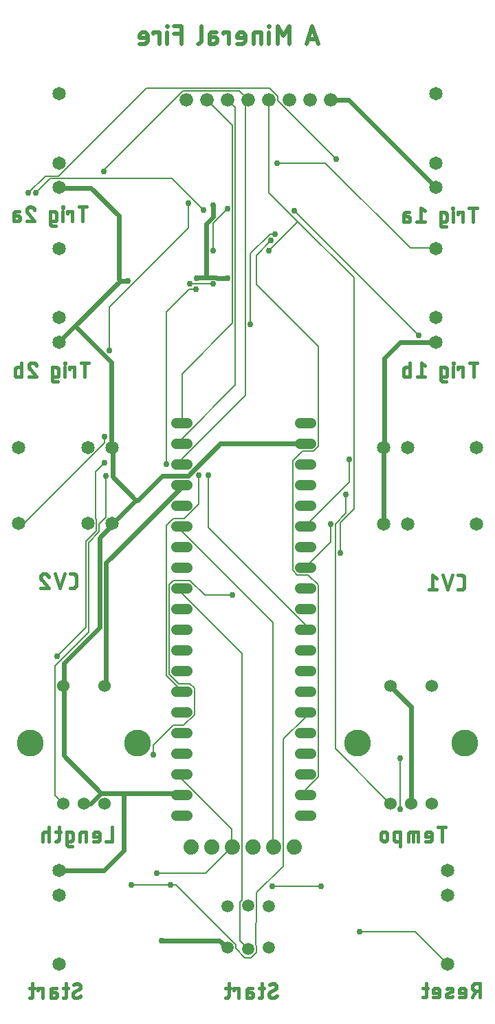
<source format=gbl>
G04 EAGLE Gerber RS-274X export*
G75*
%MOMM*%
%FSLAX34Y34*%
%LPD*%
%INBottom Copper*%
%IPPOS*%
%AMOC8*
5,1,8,0,0,1.08239X$1,22.5*%
G01*
%ADD10C,0.431800*%
%ADD11C,0.533400*%
%ADD12C,1.308000*%
%ADD13C,1.676400*%
%ADD14C,1.650000*%
%ADD15C,1.879600*%
%ADD16C,1.508000*%
%ADD17C,1.524000*%
%ADD18C,3.302000*%
%ADD19C,0.609600*%
%ADD20C,0.756400*%
%ADD21C,0.152400*%


D10*
X912841Y-31315D02*
X912841Y-48841D01*
X905052Y-48841D01*
X894796Y-48841D02*
X889928Y-48841D01*
X894796Y-48841D02*
X894903Y-48839D01*
X895009Y-48833D01*
X895115Y-48823D01*
X895221Y-48810D01*
X895327Y-48792D01*
X895431Y-48771D01*
X895535Y-48746D01*
X895638Y-48717D01*
X895739Y-48685D01*
X895839Y-48648D01*
X895938Y-48608D01*
X896036Y-48565D01*
X896132Y-48518D01*
X896226Y-48467D01*
X896318Y-48413D01*
X896408Y-48356D01*
X896496Y-48296D01*
X896581Y-48232D01*
X896664Y-48165D01*
X896745Y-48095D01*
X896823Y-48023D01*
X896899Y-47947D01*
X896971Y-47869D01*
X897041Y-47788D01*
X897108Y-47705D01*
X897172Y-47620D01*
X897232Y-47532D01*
X897289Y-47442D01*
X897343Y-47350D01*
X897394Y-47256D01*
X897441Y-47160D01*
X897484Y-47062D01*
X897524Y-46963D01*
X897561Y-46863D01*
X897593Y-46762D01*
X897622Y-46659D01*
X897647Y-46555D01*
X897668Y-46451D01*
X897686Y-46345D01*
X897699Y-46239D01*
X897709Y-46133D01*
X897715Y-46027D01*
X897717Y-45920D01*
X897717Y-41052D01*
X897715Y-40928D01*
X897709Y-40805D01*
X897699Y-40682D01*
X897686Y-40559D01*
X897668Y-40437D01*
X897647Y-40315D01*
X897621Y-40194D01*
X897592Y-40074D01*
X897559Y-39955D01*
X897523Y-39837D01*
X897482Y-39720D01*
X897438Y-39604D01*
X897390Y-39490D01*
X897339Y-39378D01*
X897284Y-39267D01*
X897226Y-39158D01*
X897164Y-39051D01*
X897099Y-38946D01*
X897030Y-38843D01*
X896959Y-38743D01*
X896884Y-38644D01*
X896806Y-38548D01*
X896725Y-38455D01*
X896641Y-38364D01*
X896554Y-38276D01*
X896465Y-38191D01*
X896373Y-38108D01*
X896278Y-38029D01*
X896181Y-37953D01*
X896081Y-37879D01*
X895980Y-37809D01*
X895876Y-37742D01*
X895770Y-37679D01*
X895661Y-37619D01*
X895552Y-37562D01*
X895440Y-37509D01*
X895327Y-37459D01*
X895212Y-37413D01*
X895096Y-37371D01*
X894979Y-37333D01*
X894860Y-37298D01*
X894740Y-37267D01*
X894620Y-37240D01*
X894498Y-37216D01*
X894376Y-37197D01*
X894254Y-37181D01*
X894131Y-37169D01*
X894007Y-37161D01*
X893884Y-37157D01*
X893760Y-37157D01*
X893637Y-37161D01*
X893513Y-37169D01*
X893390Y-37181D01*
X893268Y-37197D01*
X893146Y-37216D01*
X893024Y-37240D01*
X892904Y-37267D01*
X892784Y-37298D01*
X892665Y-37333D01*
X892548Y-37371D01*
X892432Y-37413D01*
X892317Y-37459D01*
X892204Y-37509D01*
X892092Y-37562D01*
X891983Y-37619D01*
X891875Y-37679D01*
X891768Y-37742D01*
X891664Y-37809D01*
X891563Y-37879D01*
X891463Y-37953D01*
X891366Y-38029D01*
X891271Y-38108D01*
X891179Y-38191D01*
X891090Y-38276D01*
X891003Y-38364D01*
X890919Y-38455D01*
X890838Y-38548D01*
X890760Y-38644D01*
X890685Y-38743D01*
X890614Y-38843D01*
X890545Y-38946D01*
X890480Y-39051D01*
X890418Y-39158D01*
X890360Y-39267D01*
X890305Y-39378D01*
X890254Y-39490D01*
X890206Y-39604D01*
X890162Y-39720D01*
X890121Y-39837D01*
X890085Y-39955D01*
X890052Y-40074D01*
X890023Y-40194D01*
X889997Y-40315D01*
X889976Y-40437D01*
X889958Y-40559D01*
X889945Y-40682D01*
X889935Y-40805D01*
X889929Y-40928D01*
X889927Y-41052D01*
X889928Y-41052D02*
X889928Y-42999D01*
X897717Y-42999D01*
X881032Y-48841D02*
X881032Y-37157D01*
X876164Y-37157D01*
X876057Y-37159D01*
X875951Y-37165D01*
X875845Y-37175D01*
X875739Y-37188D01*
X875633Y-37206D01*
X875529Y-37227D01*
X875425Y-37252D01*
X875322Y-37281D01*
X875221Y-37313D01*
X875121Y-37350D01*
X875022Y-37390D01*
X874924Y-37433D01*
X874828Y-37480D01*
X874734Y-37531D01*
X874642Y-37585D01*
X874552Y-37642D01*
X874464Y-37702D01*
X874379Y-37766D01*
X874296Y-37833D01*
X874215Y-37903D01*
X874137Y-37975D01*
X874061Y-38051D01*
X873989Y-38129D01*
X873919Y-38210D01*
X873852Y-38293D01*
X873788Y-38378D01*
X873728Y-38466D01*
X873671Y-38556D01*
X873617Y-38648D01*
X873566Y-38742D01*
X873519Y-38838D01*
X873476Y-38936D01*
X873436Y-39035D01*
X873399Y-39135D01*
X873367Y-39236D01*
X873338Y-39339D01*
X873313Y-39443D01*
X873292Y-39547D01*
X873274Y-39653D01*
X873261Y-39759D01*
X873251Y-39865D01*
X873245Y-39971D01*
X873243Y-40078D01*
X873243Y-48841D01*
X861567Y-48841D02*
X856699Y-48841D01*
X861567Y-48841D02*
X861674Y-48839D01*
X861780Y-48833D01*
X861886Y-48823D01*
X861992Y-48810D01*
X862098Y-48792D01*
X862202Y-48771D01*
X862306Y-48746D01*
X862409Y-48717D01*
X862510Y-48685D01*
X862610Y-48648D01*
X862709Y-48608D01*
X862807Y-48565D01*
X862903Y-48518D01*
X862997Y-48467D01*
X863089Y-48413D01*
X863179Y-48356D01*
X863267Y-48296D01*
X863352Y-48232D01*
X863435Y-48165D01*
X863516Y-48095D01*
X863594Y-48023D01*
X863670Y-47947D01*
X863742Y-47869D01*
X863812Y-47788D01*
X863879Y-47705D01*
X863943Y-47620D01*
X864003Y-47532D01*
X864060Y-47442D01*
X864114Y-47350D01*
X864165Y-47256D01*
X864212Y-47160D01*
X864255Y-47062D01*
X864295Y-46963D01*
X864332Y-46863D01*
X864364Y-46762D01*
X864393Y-46659D01*
X864418Y-46555D01*
X864439Y-46451D01*
X864457Y-46345D01*
X864470Y-46239D01*
X864480Y-46133D01*
X864486Y-46027D01*
X864488Y-45920D01*
X864488Y-40078D01*
X864486Y-39971D01*
X864480Y-39865D01*
X864470Y-39759D01*
X864457Y-39653D01*
X864439Y-39547D01*
X864418Y-39443D01*
X864393Y-39339D01*
X864364Y-39236D01*
X864332Y-39135D01*
X864295Y-39035D01*
X864255Y-38936D01*
X864212Y-38838D01*
X864165Y-38742D01*
X864114Y-38648D01*
X864060Y-38556D01*
X864003Y-38466D01*
X863943Y-38378D01*
X863879Y-38293D01*
X863812Y-38210D01*
X863742Y-38129D01*
X863670Y-38051D01*
X863594Y-37975D01*
X863516Y-37903D01*
X863435Y-37833D01*
X863352Y-37766D01*
X863267Y-37702D01*
X863179Y-37642D01*
X863089Y-37585D01*
X862997Y-37531D01*
X862903Y-37480D01*
X862807Y-37433D01*
X862709Y-37390D01*
X862610Y-37350D01*
X862510Y-37313D01*
X862409Y-37281D01*
X862306Y-37252D01*
X862202Y-37227D01*
X862098Y-37206D01*
X861992Y-37188D01*
X861886Y-37175D01*
X861780Y-37165D01*
X861674Y-37159D01*
X861567Y-37157D01*
X856699Y-37157D01*
X856699Y-51762D01*
X856701Y-51869D01*
X856707Y-51975D01*
X856717Y-52081D01*
X856730Y-52187D01*
X856748Y-52293D01*
X856769Y-52397D01*
X856794Y-52501D01*
X856823Y-52604D01*
X856855Y-52705D01*
X856892Y-52805D01*
X856932Y-52904D01*
X856975Y-53002D01*
X857022Y-53098D01*
X857073Y-53192D01*
X857127Y-53284D01*
X857184Y-53374D01*
X857244Y-53462D01*
X857308Y-53547D01*
X857375Y-53630D01*
X857445Y-53711D01*
X857517Y-53789D01*
X857593Y-53865D01*
X857671Y-53937D01*
X857752Y-54007D01*
X857835Y-54074D01*
X857920Y-54138D01*
X858008Y-54198D01*
X858098Y-54255D01*
X858190Y-54309D01*
X858284Y-54360D01*
X858380Y-54407D01*
X858478Y-54450D01*
X858577Y-54490D01*
X858677Y-54527D01*
X858778Y-54559D01*
X858881Y-54588D01*
X858985Y-54613D01*
X859089Y-54634D01*
X859195Y-54652D01*
X859301Y-54665D01*
X859407Y-54675D01*
X859513Y-54681D01*
X859620Y-54683D01*
X863515Y-54683D01*
X849389Y-37157D02*
X843547Y-37157D01*
X847441Y-31315D02*
X847441Y-45920D01*
X847439Y-46027D01*
X847433Y-46133D01*
X847423Y-46239D01*
X847410Y-46345D01*
X847392Y-46451D01*
X847371Y-46555D01*
X847346Y-46659D01*
X847317Y-46762D01*
X847285Y-46863D01*
X847248Y-46963D01*
X847208Y-47062D01*
X847165Y-47160D01*
X847118Y-47256D01*
X847067Y-47350D01*
X847013Y-47442D01*
X846956Y-47532D01*
X846896Y-47620D01*
X846832Y-47705D01*
X846765Y-47788D01*
X846695Y-47869D01*
X846623Y-47947D01*
X846547Y-48023D01*
X846469Y-48095D01*
X846388Y-48165D01*
X846305Y-48232D01*
X846220Y-48296D01*
X846132Y-48356D01*
X846042Y-48413D01*
X845950Y-48467D01*
X845856Y-48518D01*
X845760Y-48565D01*
X845662Y-48608D01*
X845563Y-48648D01*
X845463Y-48685D01*
X845362Y-48717D01*
X845259Y-48746D01*
X845155Y-48771D01*
X845051Y-48792D01*
X844945Y-48810D01*
X844839Y-48823D01*
X844733Y-48833D01*
X844627Y-48839D01*
X844520Y-48841D01*
X843547Y-48841D01*
X835305Y-48841D02*
X835305Y-31315D01*
X835305Y-37157D02*
X830436Y-37157D01*
X830329Y-37159D01*
X830223Y-37165D01*
X830117Y-37175D01*
X830011Y-37188D01*
X829905Y-37206D01*
X829801Y-37227D01*
X829697Y-37252D01*
X829594Y-37281D01*
X829493Y-37313D01*
X829393Y-37350D01*
X829294Y-37390D01*
X829196Y-37433D01*
X829100Y-37480D01*
X829006Y-37531D01*
X828914Y-37585D01*
X828824Y-37642D01*
X828736Y-37702D01*
X828651Y-37766D01*
X828568Y-37833D01*
X828487Y-37903D01*
X828409Y-37975D01*
X828333Y-38051D01*
X828261Y-38129D01*
X828191Y-38210D01*
X828124Y-38293D01*
X828060Y-38378D01*
X828000Y-38466D01*
X827943Y-38556D01*
X827889Y-38648D01*
X827838Y-38742D01*
X827791Y-38838D01*
X827748Y-38936D01*
X827708Y-39035D01*
X827671Y-39135D01*
X827639Y-39236D01*
X827610Y-39339D01*
X827585Y-39443D01*
X827564Y-39547D01*
X827546Y-39653D01*
X827533Y-39759D01*
X827523Y-39865D01*
X827517Y-39971D01*
X827515Y-40078D01*
X827515Y-48841D01*
X912841Y-48841D02*
X912841Y-31315D01*
X912841Y-48841D02*
X905052Y-48841D01*
X894796Y-48841D02*
X889928Y-48841D01*
X894796Y-48841D02*
X894903Y-48839D01*
X895009Y-48833D01*
X895115Y-48823D01*
X895221Y-48810D01*
X895327Y-48792D01*
X895431Y-48771D01*
X895535Y-48746D01*
X895638Y-48717D01*
X895739Y-48685D01*
X895839Y-48648D01*
X895938Y-48608D01*
X896036Y-48565D01*
X896132Y-48518D01*
X896226Y-48467D01*
X896318Y-48413D01*
X896408Y-48356D01*
X896496Y-48296D01*
X896581Y-48232D01*
X896664Y-48165D01*
X896745Y-48095D01*
X896823Y-48023D01*
X896899Y-47947D01*
X896971Y-47869D01*
X897041Y-47788D01*
X897108Y-47705D01*
X897172Y-47620D01*
X897232Y-47532D01*
X897289Y-47442D01*
X897343Y-47350D01*
X897394Y-47256D01*
X897441Y-47160D01*
X897484Y-47062D01*
X897524Y-46963D01*
X897561Y-46863D01*
X897593Y-46762D01*
X897622Y-46659D01*
X897647Y-46555D01*
X897668Y-46451D01*
X897686Y-46345D01*
X897699Y-46239D01*
X897709Y-46133D01*
X897715Y-46027D01*
X897717Y-45920D01*
X897717Y-41052D01*
X897715Y-40928D01*
X897709Y-40805D01*
X897699Y-40682D01*
X897686Y-40559D01*
X897668Y-40437D01*
X897647Y-40315D01*
X897621Y-40194D01*
X897592Y-40074D01*
X897559Y-39955D01*
X897523Y-39837D01*
X897482Y-39720D01*
X897438Y-39604D01*
X897390Y-39490D01*
X897339Y-39378D01*
X897284Y-39267D01*
X897226Y-39158D01*
X897164Y-39051D01*
X897099Y-38946D01*
X897030Y-38843D01*
X896959Y-38743D01*
X896884Y-38644D01*
X896806Y-38548D01*
X896725Y-38455D01*
X896641Y-38364D01*
X896554Y-38276D01*
X896465Y-38191D01*
X896373Y-38108D01*
X896278Y-38029D01*
X896181Y-37953D01*
X896081Y-37879D01*
X895980Y-37809D01*
X895876Y-37742D01*
X895770Y-37679D01*
X895661Y-37619D01*
X895552Y-37562D01*
X895440Y-37509D01*
X895327Y-37459D01*
X895212Y-37413D01*
X895096Y-37371D01*
X894979Y-37333D01*
X894860Y-37298D01*
X894740Y-37267D01*
X894620Y-37240D01*
X894498Y-37216D01*
X894376Y-37197D01*
X894254Y-37181D01*
X894131Y-37169D01*
X894007Y-37161D01*
X893884Y-37157D01*
X893760Y-37157D01*
X893637Y-37161D01*
X893513Y-37169D01*
X893390Y-37181D01*
X893268Y-37197D01*
X893146Y-37216D01*
X893024Y-37240D01*
X892904Y-37267D01*
X892784Y-37298D01*
X892665Y-37333D01*
X892548Y-37371D01*
X892432Y-37413D01*
X892317Y-37459D01*
X892204Y-37509D01*
X892092Y-37562D01*
X891983Y-37619D01*
X891875Y-37679D01*
X891768Y-37742D01*
X891664Y-37809D01*
X891563Y-37879D01*
X891463Y-37953D01*
X891366Y-38029D01*
X891271Y-38108D01*
X891179Y-38191D01*
X891090Y-38276D01*
X891003Y-38364D01*
X890919Y-38455D01*
X890838Y-38548D01*
X890760Y-38644D01*
X890685Y-38743D01*
X890614Y-38843D01*
X890545Y-38946D01*
X890480Y-39051D01*
X890418Y-39158D01*
X890360Y-39267D01*
X890305Y-39378D01*
X890254Y-39490D01*
X890206Y-39604D01*
X890162Y-39720D01*
X890121Y-39837D01*
X890085Y-39955D01*
X890052Y-40074D01*
X890023Y-40194D01*
X889997Y-40315D01*
X889976Y-40437D01*
X889958Y-40559D01*
X889945Y-40682D01*
X889935Y-40805D01*
X889929Y-40928D01*
X889927Y-41052D01*
X889928Y-41052D02*
X889928Y-42999D01*
X897717Y-42999D01*
X881032Y-48841D02*
X881032Y-37157D01*
X876164Y-37157D01*
X876057Y-37159D01*
X875951Y-37165D01*
X875845Y-37175D01*
X875739Y-37188D01*
X875633Y-37206D01*
X875529Y-37227D01*
X875425Y-37252D01*
X875322Y-37281D01*
X875221Y-37313D01*
X875121Y-37350D01*
X875022Y-37390D01*
X874924Y-37433D01*
X874828Y-37480D01*
X874734Y-37531D01*
X874642Y-37585D01*
X874552Y-37642D01*
X874464Y-37702D01*
X874379Y-37766D01*
X874296Y-37833D01*
X874215Y-37903D01*
X874137Y-37975D01*
X874061Y-38051D01*
X873989Y-38129D01*
X873919Y-38210D01*
X873852Y-38293D01*
X873788Y-38378D01*
X873728Y-38466D01*
X873671Y-38556D01*
X873617Y-38648D01*
X873566Y-38742D01*
X873519Y-38838D01*
X873476Y-38936D01*
X873436Y-39035D01*
X873399Y-39135D01*
X873367Y-39236D01*
X873338Y-39339D01*
X873313Y-39443D01*
X873292Y-39547D01*
X873274Y-39653D01*
X873261Y-39759D01*
X873251Y-39865D01*
X873245Y-39971D01*
X873243Y-40078D01*
X873243Y-48841D01*
X861567Y-48841D02*
X856699Y-48841D01*
X861567Y-48841D02*
X861674Y-48839D01*
X861780Y-48833D01*
X861886Y-48823D01*
X861992Y-48810D01*
X862098Y-48792D01*
X862202Y-48771D01*
X862306Y-48746D01*
X862409Y-48717D01*
X862510Y-48685D01*
X862610Y-48648D01*
X862709Y-48608D01*
X862807Y-48565D01*
X862903Y-48518D01*
X862997Y-48467D01*
X863089Y-48413D01*
X863179Y-48356D01*
X863267Y-48296D01*
X863352Y-48232D01*
X863435Y-48165D01*
X863516Y-48095D01*
X863594Y-48023D01*
X863670Y-47947D01*
X863742Y-47869D01*
X863812Y-47788D01*
X863879Y-47705D01*
X863943Y-47620D01*
X864003Y-47532D01*
X864060Y-47442D01*
X864114Y-47350D01*
X864165Y-47256D01*
X864212Y-47160D01*
X864255Y-47062D01*
X864295Y-46963D01*
X864332Y-46863D01*
X864364Y-46762D01*
X864393Y-46659D01*
X864418Y-46555D01*
X864439Y-46451D01*
X864457Y-46345D01*
X864470Y-46239D01*
X864480Y-46133D01*
X864486Y-46027D01*
X864488Y-45920D01*
X864488Y-40078D01*
X864486Y-39971D01*
X864480Y-39865D01*
X864470Y-39759D01*
X864457Y-39653D01*
X864439Y-39547D01*
X864418Y-39443D01*
X864393Y-39339D01*
X864364Y-39236D01*
X864332Y-39135D01*
X864295Y-39035D01*
X864255Y-38936D01*
X864212Y-38838D01*
X864165Y-38742D01*
X864114Y-38648D01*
X864060Y-38556D01*
X864003Y-38466D01*
X863943Y-38378D01*
X863879Y-38293D01*
X863812Y-38210D01*
X863742Y-38129D01*
X863670Y-38051D01*
X863594Y-37975D01*
X863516Y-37903D01*
X863435Y-37833D01*
X863352Y-37766D01*
X863267Y-37702D01*
X863179Y-37642D01*
X863089Y-37585D01*
X862997Y-37531D01*
X862903Y-37480D01*
X862807Y-37433D01*
X862709Y-37390D01*
X862610Y-37350D01*
X862510Y-37313D01*
X862409Y-37281D01*
X862306Y-37252D01*
X862202Y-37227D01*
X862098Y-37206D01*
X861992Y-37188D01*
X861886Y-37175D01*
X861780Y-37165D01*
X861674Y-37159D01*
X861567Y-37157D01*
X856699Y-37157D01*
X856699Y-51762D01*
X856701Y-51869D01*
X856707Y-51975D01*
X856717Y-52081D01*
X856730Y-52187D01*
X856748Y-52293D01*
X856769Y-52397D01*
X856794Y-52501D01*
X856823Y-52604D01*
X856855Y-52705D01*
X856892Y-52805D01*
X856932Y-52904D01*
X856975Y-53002D01*
X857022Y-53098D01*
X857073Y-53192D01*
X857127Y-53284D01*
X857184Y-53374D01*
X857244Y-53462D01*
X857308Y-53547D01*
X857375Y-53630D01*
X857445Y-53711D01*
X857517Y-53789D01*
X857593Y-53865D01*
X857671Y-53937D01*
X857752Y-54007D01*
X857835Y-54074D01*
X857920Y-54138D01*
X858008Y-54198D01*
X858098Y-54255D01*
X858190Y-54309D01*
X858284Y-54360D01*
X858380Y-54407D01*
X858478Y-54450D01*
X858577Y-54490D01*
X858677Y-54527D01*
X858778Y-54559D01*
X858881Y-54588D01*
X858985Y-54613D01*
X859089Y-54634D01*
X859195Y-54652D01*
X859301Y-54665D01*
X859407Y-54675D01*
X859513Y-54681D01*
X859620Y-54683D01*
X863515Y-54683D01*
X849389Y-37157D02*
X843547Y-37157D01*
X847441Y-31315D02*
X847441Y-45920D01*
X847439Y-46027D01*
X847433Y-46133D01*
X847423Y-46239D01*
X847410Y-46345D01*
X847392Y-46451D01*
X847371Y-46555D01*
X847346Y-46659D01*
X847317Y-46762D01*
X847285Y-46863D01*
X847248Y-46963D01*
X847208Y-47062D01*
X847165Y-47160D01*
X847118Y-47256D01*
X847067Y-47350D01*
X847013Y-47442D01*
X846956Y-47532D01*
X846896Y-47620D01*
X846832Y-47705D01*
X846765Y-47788D01*
X846695Y-47869D01*
X846623Y-47947D01*
X846547Y-48023D01*
X846469Y-48095D01*
X846388Y-48165D01*
X846305Y-48232D01*
X846220Y-48296D01*
X846132Y-48356D01*
X846042Y-48413D01*
X845950Y-48467D01*
X845856Y-48518D01*
X845760Y-48565D01*
X845662Y-48608D01*
X845563Y-48648D01*
X845463Y-48685D01*
X845362Y-48717D01*
X845259Y-48746D01*
X845155Y-48771D01*
X845051Y-48792D01*
X844945Y-48810D01*
X844839Y-48823D01*
X844733Y-48833D01*
X844627Y-48839D01*
X844520Y-48841D01*
X843547Y-48841D01*
X835305Y-48841D02*
X835305Y-31315D01*
X835305Y-37157D02*
X830436Y-37157D01*
X830329Y-37159D01*
X830223Y-37165D01*
X830117Y-37175D01*
X830011Y-37188D01*
X829905Y-37206D01*
X829801Y-37227D01*
X829697Y-37252D01*
X829594Y-37281D01*
X829493Y-37313D01*
X829393Y-37350D01*
X829294Y-37390D01*
X829196Y-37433D01*
X829100Y-37480D01*
X829006Y-37531D01*
X828914Y-37585D01*
X828824Y-37642D01*
X828736Y-37702D01*
X828651Y-37766D01*
X828568Y-37833D01*
X828487Y-37903D01*
X828409Y-37975D01*
X828333Y-38051D01*
X828261Y-38129D01*
X828191Y-38210D01*
X828124Y-38293D01*
X828060Y-38378D01*
X828000Y-38466D01*
X827943Y-38556D01*
X827889Y-38648D01*
X827838Y-38742D01*
X827791Y-38838D01*
X827748Y-38936D01*
X827708Y-39035D01*
X827671Y-39135D01*
X827639Y-39236D01*
X827610Y-39339D01*
X827585Y-39443D01*
X827564Y-39547D01*
X827546Y-39653D01*
X827533Y-39759D01*
X827523Y-39865D01*
X827517Y-39971D01*
X827515Y-40078D01*
X827515Y-48841D01*
D11*
X1166833Y931667D02*
X1159611Y953333D01*
X1152389Y931667D01*
X1154195Y937084D02*
X1165028Y937084D01*
X1131112Y931667D02*
X1131112Y953333D01*
X1123890Y941296D01*
X1116668Y953333D01*
X1116668Y931667D01*
X1106394Y931667D02*
X1106394Y946111D01*
X1106996Y952129D02*
X1106996Y953333D01*
X1105792Y953333D01*
X1105792Y952129D01*
X1106996Y952129D01*
X1096629Y946111D02*
X1096629Y931667D01*
X1096629Y946111D02*
X1090611Y946111D01*
X1090493Y946109D01*
X1090375Y946103D01*
X1090257Y946094D01*
X1090140Y946080D01*
X1090023Y946063D01*
X1089907Y946042D01*
X1089791Y946017D01*
X1089676Y945988D01*
X1089563Y945956D01*
X1089450Y945919D01*
X1089339Y945880D01*
X1089229Y945836D01*
X1089121Y945789D01*
X1089014Y945739D01*
X1088909Y945685D01*
X1088806Y945627D01*
X1088704Y945566D01*
X1088605Y945502D01*
X1088508Y945435D01*
X1088413Y945365D01*
X1088320Y945291D01*
X1088230Y945215D01*
X1088143Y945136D01*
X1088058Y945053D01*
X1087975Y944968D01*
X1087896Y944881D01*
X1087820Y944791D01*
X1087746Y944698D01*
X1087676Y944603D01*
X1087609Y944506D01*
X1087545Y944407D01*
X1087484Y944306D01*
X1087426Y944202D01*
X1087372Y944097D01*
X1087322Y943990D01*
X1087275Y943882D01*
X1087231Y943772D01*
X1087192Y943661D01*
X1087155Y943548D01*
X1087123Y943435D01*
X1087094Y943320D01*
X1087069Y943204D01*
X1087048Y943088D01*
X1087031Y942971D01*
X1087017Y942854D01*
X1087008Y942736D01*
X1087002Y942618D01*
X1087000Y942500D01*
X1087000Y931667D01*
X1073335Y931667D02*
X1067317Y931667D01*
X1073335Y931667D02*
X1073453Y931669D01*
X1073571Y931675D01*
X1073689Y931684D01*
X1073806Y931698D01*
X1073923Y931715D01*
X1074039Y931736D01*
X1074155Y931761D01*
X1074270Y931790D01*
X1074383Y931822D01*
X1074496Y931859D01*
X1074607Y931898D01*
X1074717Y931942D01*
X1074825Y931989D01*
X1074932Y932039D01*
X1075037Y932093D01*
X1075141Y932151D01*
X1075242Y932212D01*
X1075341Y932276D01*
X1075438Y932343D01*
X1075533Y932413D01*
X1075626Y932487D01*
X1075716Y932563D01*
X1075803Y932642D01*
X1075888Y932725D01*
X1075971Y932810D01*
X1076050Y932897D01*
X1076126Y932987D01*
X1076200Y933080D01*
X1076270Y933175D01*
X1076337Y933272D01*
X1076401Y933371D01*
X1076462Y933473D01*
X1076520Y933576D01*
X1076574Y933681D01*
X1076624Y933788D01*
X1076671Y933896D01*
X1076715Y934006D01*
X1076754Y934117D01*
X1076791Y934230D01*
X1076823Y934343D01*
X1076852Y934458D01*
X1076877Y934574D01*
X1076898Y934690D01*
X1076915Y934807D01*
X1076929Y934924D01*
X1076938Y935042D01*
X1076944Y935160D01*
X1076946Y935278D01*
X1076946Y941296D01*
X1076944Y941433D01*
X1076938Y941571D01*
X1076928Y941708D01*
X1076915Y941845D01*
X1076897Y941981D01*
X1076875Y942117D01*
X1076850Y942252D01*
X1076821Y942387D01*
X1076788Y942520D01*
X1076751Y942653D01*
X1076710Y942784D01*
X1076666Y942914D01*
X1076618Y943043D01*
X1076566Y943170D01*
X1076511Y943296D01*
X1076452Y943420D01*
X1076390Y943543D01*
X1076324Y943664D01*
X1076254Y943782D01*
X1076182Y943899D01*
X1076106Y944014D01*
X1076026Y944126D01*
X1075944Y944236D01*
X1075858Y944344D01*
X1075770Y944449D01*
X1075678Y944552D01*
X1075584Y944652D01*
X1075487Y944749D01*
X1075387Y944843D01*
X1075284Y944935D01*
X1075179Y945023D01*
X1075071Y945109D01*
X1074961Y945191D01*
X1074849Y945271D01*
X1074734Y945347D01*
X1074617Y945419D01*
X1074499Y945489D01*
X1074378Y945555D01*
X1074255Y945617D01*
X1074131Y945676D01*
X1074005Y945731D01*
X1073878Y945783D01*
X1073749Y945831D01*
X1073619Y945875D01*
X1073488Y945916D01*
X1073355Y945953D01*
X1073222Y945986D01*
X1073087Y946015D01*
X1072952Y946040D01*
X1072816Y946062D01*
X1072680Y946080D01*
X1072543Y946093D01*
X1072406Y946103D01*
X1072268Y946109D01*
X1072131Y946111D01*
X1071994Y946109D01*
X1071856Y946103D01*
X1071719Y946093D01*
X1071582Y946080D01*
X1071446Y946062D01*
X1071310Y946040D01*
X1071175Y946015D01*
X1071040Y945986D01*
X1070907Y945953D01*
X1070774Y945916D01*
X1070643Y945875D01*
X1070513Y945831D01*
X1070384Y945783D01*
X1070257Y945731D01*
X1070131Y945676D01*
X1070007Y945617D01*
X1069884Y945555D01*
X1069763Y945489D01*
X1069645Y945419D01*
X1069528Y945347D01*
X1069413Y945271D01*
X1069301Y945191D01*
X1069191Y945109D01*
X1069083Y945023D01*
X1068978Y944935D01*
X1068875Y944843D01*
X1068775Y944749D01*
X1068678Y944652D01*
X1068584Y944552D01*
X1068492Y944449D01*
X1068404Y944344D01*
X1068318Y944236D01*
X1068236Y944126D01*
X1068156Y944014D01*
X1068080Y943899D01*
X1068008Y943782D01*
X1067938Y943664D01*
X1067872Y943543D01*
X1067810Y943420D01*
X1067751Y943296D01*
X1067696Y943170D01*
X1067644Y943043D01*
X1067596Y942914D01*
X1067552Y942784D01*
X1067511Y942653D01*
X1067474Y942520D01*
X1067441Y942387D01*
X1067412Y942252D01*
X1067387Y942117D01*
X1067365Y941981D01*
X1067347Y941845D01*
X1067334Y941708D01*
X1067324Y941571D01*
X1067318Y941433D01*
X1067316Y941296D01*
X1067317Y941296D02*
X1067317Y938889D01*
X1076946Y938889D01*
X1057085Y931667D02*
X1057085Y946111D01*
X1049863Y946111D01*
X1049863Y943704D01*
X1038610Y940093D02*
X1033193Y940093D01*
X1038610Y940093D02*
X1038738Y940091D01*
X1038867Y940085D01*
X1038995Y940075D01*
X1039123Y940062D01*
X1039250Y940044D01*
X1039377Y940023D01*
X1039503Y939997D01*
X1039628Y939968D01*
X1039752Y939935D01*
X1039875Y939899D01*
X1039997Y939858D01*
X1040118Y939814D01*
X1040237Y939766D01*
X1040355Y939715D01*
X1040471Y939660D01*
X1040585Y939601D01*
X1040698Y939539D01*
X1040809Y939474D01*
X1040917Y939405D01*
X1041024Y939333D01*
X1041128Y939258D01*
X1041230Y939180D01*
X1041329Y939098D01*
X1041426Y939014D01*
X1041520Y938926D01*
X1041612Y938836D01*
X1041700Y938743D01*
X1041786Y938648D01*
X1041869Y938550D01*
X1041949Y938449D01*
X1042026Y938346D01*
X1042100Y938241D01*
X1042170Y938133D01*
X1042237Y938023D01*
X1042301Y937912D01*
X1042361Y937798D01*
X1042418Y937683D01*
X1042471Y937566D01*
X1042520Y937448D01*
X1042566Y937328D01*
X1042609Y937206D01*
X1042647Y937084D01*
X1042682Y936960D01*
X1042713Y936835D01*
X1042740Y936710D01*
X1042764Y936583D01*
X1042783Y936456D01*
X1042799Y936329D01*
X1042811Y936201D01*
X1042819Y936073D01*
X1042823Y935944D01*
X1042823Y935816D01*
X1042819Y935687D01*
X1042811Y935559D01*
X1042799Y935431D01*
X1042783Y935304D01*
X1042764Y935177D01*
X1042740Y935050D01*
X1042713Y934925D01*
X1042682Y934800D01*
X1042647Y934676D01*
X1042609Y934554D01*
X1042566Y934432D01*
X1042520Y934312D01*
X1042471Y934194D01*
X1042418Y934077D01*
X1042361Y933962D01*
X1042301Y933848D01*
X1042237Y933737D01*
X1042170Y933627D01*
X1042100Y933519D01*
X1042026Y933414D01*
X1041949Y933311D01*
X1041869Y933210D01*
X1041786Y933112D01*
X1041700Y933017D01*
X1041612Y932924D01*
X1041520Y932834D01*
X1041426Y932746D01*
X1041329Y932662D01*
X1041230Y932580D01*
X1041128Y932502D01*
X1041024Y932427D01*
X1040917Y932355D01*
X1040809Y932286D01*
X1040698Y932221D01*
X1040585Y932159D01*
X1040471Y932100D01*
X1040355Y932045D01*
X1040237Y931994D01*
X1040118Y931946D01*
X1039997Y931902D01*
X1039875Y931861D01*
X1039752Y931825D01*
X1039628Y931792D01*
X1039503Y931763D01*
X1039377Y931737D01*
X1039250Y931716D01*
X1039123Y931698D01*
X1038995Y931685D01*
X1038867Y931675D01*
X1038738Y931669D01*
X1038610Y931667D01*
X1033193Y931667D01*
X1033193Y942500D01*
X1033195Y942618D01*
X1033201Y942736D01*
X1033210Y942854D01*
X1033224Y942971D01*
X1033241Y943088D01*
X1033262Y943204D01*
X1033287Y943320D01*
X1033316Y943435D01*
X1033348Y943548D01*
X1033385Y943661D01*
X1033424Y943772D01*
X1033468Y943882D01*
X1033515Y943990D01*
X1033565Y944097D01*
X1033619Y944202D01*
X1033677Y944306D01*
X1033738Y944407D01*
X1033802Y944506D01*
X1033869Y944603D01*
X1033939Y944698D01*
X1034013Y944791D01*
X1034089Y944881D01*
X1034168Y944968D01*
X1034251Y945053D01*
X1034336Y945136D01*
X1034423Y945215D01*
X1034513Y945291D01*
X1034606Y945365D01*
X1034701Y945435D01*
X1034798Y945502D01*
X1034897Y945566D01*
X1034999Y945627D01*
X1035102Y945685D01*
X1035207Y945739D01*
X1035314Y945789D01*
X1035422Y945836D01*
X1035532Y945880D01*
X1035643Y945919D01*
X1035756Y945956D01*
X1035869Y945988D01*
X1035984Y946017D01*
X1036100Y946042D01*
X1036216Y946063D01*
X1036333Y946080D01*
X1036450Y946094D01*
X1036568Y946103D01*
X1036686Y946109D01*
X1036804Y946111D01*
X1041619Y946111D01*
X1022786Y953333D02*
X1022786Y935278D01*
X1022784Y935160D01*
X1022778Y935042D01*
X1022769Y934924D01*
X1022755Y934807D01*
X1022738Y934690D01*
X1022717Y934574D01*
X1022692Y934458D01*
X1022663Y934343D01*
X1022631Y934230D01*
X1022594Y934117D01*
X1022555Y934006D01*
X1022511Y933896D01*
X1022464Y933788D01*
X1022414Y933681D01*
X1022360Y933576D01*
X1022302Y933473D01*
X1022241Y933371D01*
X1022177Y933272D01*
X1022110Y933175D01*
X1022040Y933080D01*
X1021966Y932987D01*
X1021890Y932897D01*
X1021811Y932810D01*
X1021728Y932725D01*
X1021643Y932642D01*
X1021556Y932563D01*
X1021466Y932487D01*
X1021373Y932413D01*
X1021278Y932343D01*
X1021181Y932276D01*
X1021082Y932212D01*
X1020981Y932151D01*
X1020877Y932093D01*
X1020772Y932039D01*
X1020665Y931989D01*
X1020557Y931942D01*
X1020447Y931898D01*
X1020336Y931859D01*
X1020223Y931822D01*
X1020110Y931790D01*
X1019995Y931761D01*
X1019879Y931736D01*
X1019763Y931715D01*
X1019646Y931698D01*
X1019529Y931684D01*
X1019411Y931675D01*
X1019293Y931669D01*
X1019175Y931667D01*
X998620Y931667D02*
X998620Y953333D01*
X988991Y953333D01*
X988991Y943704D02*
X998620Y943704D01*
X981007Y946111D02*
X981007Y931667D01*
X981609Y952129D02*
X981609Y953333D01*
X980405Y953333D01*
X980405Y952129D01*
X981609Y952129D01*
X971064Y946111D02*
X971064Y931667D01*
X971064Y946111D02*
X963842Y946111D01*
X963842Y943704D01*
X953051Y931667D02*
X947032Y931667D01*
X953051Y931667D02*
X953169Y931669D01*
X953287Y931675D01*
X953405Y931684D01*
X953522Y931698D01*
X953639Y931715D01*
X953755Y931736D01*
X953871Y931761D01*
X953986Y931790D01*
X954099Y931822D01*
X954212Y931859D01*
X954323Y931898D01*
X954433Y931942D01*
X954541Y931989D01*
X954648Y932039D01*
X954753Y932093D01*
X954857Y932151D01*
X954958Y932212D01*
X955057Y932276D01*
X955154Y932343D01*
X955249Y932413D01*
X955342Y932487D01*
X955432Y932563D01*
X955519Y932642D01*
X955604Y932725D01*
X955687Y932810D01*
X955766Y932897D01*
X955842Y932987D01*
X955916Y933080D01*
X955986Y933175D01*
X956053Y933272D01*
X956117Y933371D01*
X956178Y933473D01*
X956236Y933576D01*
X956290Y933681D01*
X956340Y933788D01*
X956387Y933896D01*
X956431Y934006D01*
X956470Y934117D01*
X956507Y934230D01*
X956539Y934343D01*
X956568Y934458D01*
X956593Y934574D01*
X956614Y934690D01*
X956631Y934807D01*
X956645Y934924D01*
X956654Y935042D01*
X956660Y935160D01*
X956662Y935278D01*
X956662Y941296D01*
X956660Y941433D01*
X956654Y941571D01*
X956644Y941708D01*
X956631Y941845D01*
X956613Y941981D01*
X956591Y942117D01*
X956566Y942252D01*
X956537Y942387D01*
X956504Y942520D01*
X956467Y942653D01*
X956426Y942784D01*
X956382Y942914D01*
X956334Y943043D01*
X956282Y943170D01*
X956227Y943296D01*
X956168Y943420D01*
X956106Y943543D01*
X956040Y943664D01*
X955970Y943782D01*
X955898Y943899D01*
X955822Y944014D01*
X955742Y944126D01*
X955660Y944236D01*
X955574Y944344D01*
X955486Y944449D01*
X955394Y944552D01*
X955300Y944652D01*
X955203Y944749D01*
X955103Y944843D01*
X955000Y944935D01*
X954895Y945023D01*
X954787Y945109D01*
X954677Y945191D01*
X954565Y945271D01*
X954450Y945347D01*
X954333Y945419D01*
X954215Y945489D01*
X954094Y945555D01*
X953971Y945617D01*
X953847Y945676D01*
X953721Y945731D01*
X953594Y945783D01*
X953465Y945831D01*
X953335Y945875D01*
X953204Y945916D01*
X953071Y945953D01*
X952938Y945986D01*
X952803Y946015D01*
X952668Y946040D01*
X952532Y946062D01*
X952396Y946080D01*
X952259Y946093D01*
X952122Y946103D01*
X951984Y946109D01*
X951847Y946111D01*
X951710Y946109D01*
X951572Y946103D01*
X951435Y946093D01*
X951298Y946080D01*
X951162Y946062D01*
X951026Y946040D01*
X950891Y946015D01*
X950756Y945986D01*
X950623Y945953D01*
X950490Y945916D01*
X950359Y945875D01*
X950229Y945831D01*
X950100Y945783D01*
X949973Y945731D01*
X949847Y945676D01*
X949723Y945617D01*
X949600Y945555D01*
X949479Y945489D01*
X949361Y945419D01*
X949244Y945347D01*
X949129Y945271D01*
X949017Y945191D01*
X948907Y945109D01*
X948799Y945023D01*
X948694Y944935D01*
X948591Y944843D01*
X948491Y944749D01*
X948394Y944652D01*
X948300Y944552D01*
X948208Y944449D01*
X948120Y944344D01*
X948034Y944236D01*
X947952Y944126D01*
X947872Y944014D01*
X947796Y943899D01*
X947724Y943782D01*
X947654Y943664D01*
X947588Y943543D01*
X947526Y943420D01*
X947467Y943296D01*
X947412Y943170D01*
X947360Y943043D01*
X947312Y942914D01*
X947268Y942784D01*
X947227Y942653D01*
X947190Y942520D01*
X947157Y942387D01*
X947128Y942252D01*
X947103Y942117D01*
X947081Y941981D01*
X947063Y941845D01*
X947050Y941708D01*
X947040Y941571D01*
X947034Y941433D01*
X947032Y941296D01*
X947032Y938889D01*
X956662Y938889D01*
D10*
X1318973Y-31315D02*
X1318973Y-48841D01*
X1323841Y-31315D02*
X1314104Y-31315D01*
X1303880Y-48841D02*
X1299011Y-48841D01*
X1303880Y-48841D02*
X1303987Y-48839D01*
X1304093Y-48833D01*
X1304199Y-48823D01*
X1304305Y-48810D01*
X1304411Y-48792D01*
X1304515Y-48771D01*
X1304619Y-48746D01*
X1304722Y-48717D01*
X1304823Y-48685D01*
X1304923Y-48648D01*
X1305022Y-48608D01*
X1305120Y-48565D01*
X1305216Y-48518D01*
X1305310Y-48467D01*
X1305402Y-48413D01*
X1305492Y-48356D01*
X1305580Y-48296D01*
X1305665Y-48232D01*
X1305748Y-48165D01*
X1305829Y-48095D01*
X1305907Y-48023D01*
X1305983Y-47947D01*
X1306055Y-47869D01*
X1306125Y-47788D01*
X1306192Y-47705D01*
X1306256Y-47620D01*
X1306316Y-47532D01*
X1306373Y-47442D01*
X1306427Y-47350D01*
X1306478Y-47256D01*
X1306525Y-47160D01*
X1306568Y-47062D01*
X1306608Y-46963D01*
X1306645Y-46863D01*
X1306677Y-46762D01*
X1306706Y-46659D01*
X1306731Y-46555D01*
X1306752Y-46451D01*
X1306770Y-46345D01*
X1306783Y-46239D01*
X1306793Y-46133D01*
X1306799Y-46027D01*
X1306801Y-45920D01*
X1306801Y-41052D01*
X1306799Y-40928D01*
X1306793Y-40805D01*
X1306783Y-40682D01*
X1306770Y-40559D01*
X1306752Y-40437D01*
X1306731Y-40315D01*
X1306705Y-40194D01*
X1306676Y-40074D01*
X1306643Y-39955D01*
X1306607Y-39837D01*
X1306566Y-39720D01*
X1306522Y-39604D01*
X1306474Y-39490D01*
X1306423Y-39378D01*
X1306368Y-39267D01*
X1306310Y-39158D01*
X1306248Y-39051D01*
X1306183Y-38946D01*
X1306114Y-38843D01*
X1306043Y-38743D01*
X1305968Y-38644D01*
X1305890Y-38548D01*
X1305809Y-38455D01*
X1305725Y-38364D01*
X1305638Y-38276D01*
X1305549Y-38191D01*
X1305457Y-38108D01*
X1305362Y-38029D01*
X1305265Y-37953D01*
X1305165Y-37879D01*
X1305064Y-37809D01*
X1304960Y-37742D01*
X1304854Y-37679D01*
X1304745Y-37619D01*
X1304636Y-37562D01*
X1304524Y-37509D01*
X1304411Y-37459D01*
X1304296Y-37413D01*
X1304180Y-37371D01*
X1304063Y-37333D01*
X1303944Y-37298D01*
X1303824Y-37267D01*
X1303704Y-37240D01*
X1303582Y-37216D01*
X1303460Y-37197D01*
X1303338Y-37181D01*
X1303215Y-37169D01*
X1303091Y-37161D01*
X1302968Y-37157D01*
X1302844Y-37157D01*
X1302721Y-37161D01*
X1302597Y-37169D01*
X1302474Y-37181D01*
X1302352Y-37197D01*
X1302230Y-37216D01*
X1302108Y-37240D01*
X1301988Y-37267D01*
X1301868Y-37298D01*
X1301749Y-37333D01*
X1301632Y-37371D01*
X1301516Y-37413D01*
X1301401Y-37459D01*
X1301288Y-37509D01*
X1301176Y-37562D01*
X1301067Y-37619D01*
X1300959Y-37679D01*
X1300852Y-37742D01*
X1300748Y-37809D01*
X1300647Y-37879D01*
X1300547Y-37953D01*
X1300450Y-38029D01*
X1300355Y-38108D01*
X1300263Y-38191D01*
X1300174Y-38276D01*
X1300087Y-38364D01*
X1300003Y-38455D01*
X1299922Y-38548D01*
X1299844Y-38644D01*
X1299769Y-38743D01*
X1299698Y-38843D01*
X1299629Y-38946D01*
X1299564Y-39051D01*
X1299502Y-39158D01*
X1299444Y-39267D01*
X1299389Y-39378D01*
X1299338Y-39490D01*
X1299290Y-39604D01*
X1299246Y-39720D01*
X1299205Y-39837D01*
X1299169Y-39955D01*
X1299136Y-40074D01*
X1299107Y-40194D01*
X1299081Y-40315D01*
X1299060Y-40437D01*
X1299042Y-40559D01*
X1299029Y-40682D01*
X1299019Y-40805D01*
X1299013Y-40928D01*
X1299011Y-41052D01*
X1299011Y-42999D01*
X1306801Y-42999D01*
X1289592Y-48841D02*
X1289592Y-37157D01*
X1280829Y-37157D01*
X1280722Y-37159D01*
X1280616Y-37165D01*
X1280510Y-37175D01*
X1280404Y-37188D01*
X1280298Y-37206D01*
X1280194Y-37227D01*
X1280090Y-37252D01*
X1279987Y-37281D01*
X1279886Y-37313D01*
X1279786Y-37350D01*
X1279687Y-37390D01*
X1279589Y-37433D01*
X1279493Y-37480D01*
X1279399Y-37531D01*
X1279307Y-37585D01*
X1279217Y-37642D01*
X1279129Y-37702D01*
X1279044Y-37766D01*
X1278961Y-37833D01*
X1278880Y-37903D01*
X1278802Y-37975D01*
X1278726Y-38051D01*
X1278654Y-38129D01*
X1278584Y-38210D01*
X1278517Y-38293D01*
X1278453Y-38378D01*
X1278393Y-38466D01*
X1278336Y-38556D01*
X1278282Y-38648D01*
X1278231Y-38742D01*
X1278184Y-38838D01*
X1278141Y-38936D01*
X1278101Y-39035D01*
X1278064Y-39135D01*
X1278032Y-39236D01*
X1278003Y-39339D01*
X1277978Y-39443D01*
X1277957Y-39547D01*
X1277939Y-39653D01*
X1277926Y-39759D01*
X1277916Y-39865D01*
X1277910Y-39971D01*
X1277908Y-40078D01*
X1277908Y-48841D01*
X1283750Y-48841D02*
X1283750Y-37157D01*
X1267730Y-37157D02*
X1267730Y-54683D01*
X1267730Y-37157D02*
X1262861Y-37157D01*
X1262754Y-37159D01*
X1262648Y-37165D01*
X1262542Y-37175D01*
X1262436Y-37188D01*
X1262330Y-37206D01*
X1262226Y-37227D01*
X1262122Y-37252D01*
X1262019Y-37281D01*
X1261918Y-37313D01*
X1261818Y-37350D01*
X1261719Y-37390D01*
X1261621Y-37433D01*
X1261525Y-37480D01*
X1261431Y-37531D01*
X1261339Y-37585D01*
X1261249Y-37642D01*
X1261161Y-37702D01*
X1261076Y-37766D01*
X1260993Y-37833D01*
X1260912Y-37903D01*
X1260834Y-37975D01*
X1260758Y-38051D01*
X1260686Y-38129D01*
X1260616Y-38210D01*
X1260549Y-38293D01*
X1260485Y-38378D01*
X1260425Y-38466D01*
X1260368Y-38556D01*
X1260314Y-38648D01*
X1260263Y-38742D01*
X1260216Y-38838D01*
X1260173Y-38936D01*
X1260133Y-39035D01*
X1260096Y-39135D01*
X1260064Y-39236D01*
X1260035Y-39339D01*
X1260010Y-39443D01*
X1259989Y-39547D01*
X1259971Y-39653D01*
X1259958Y-39759D01*
X1259948Y-39865D01*
X1259942Y-39971D01*
X1259940Y-40078D01*
X1259940Y-45920D01*
X1259942Y-46027D01*
X1259948Y-46133D01*
X1259958Y-46239D01*
X1259971Y-46345D01*
X1259989Y-46451D01*
X1260010Y-46555D01*
X1260035Y-46659D01*
X1260064Y-46762D01*
X1260096Y-46863D01*
X1260133Y-46963D01*
X1260173Y-47062D01*
X1260216Y-47160D01*
X1260263Y-47256D01*
X1260314Y-47350D01*
X1260368Y-47442D01*
X1260425Y-47532D01*
X1260485Y-47620D01*
X1260549Y-47705D01*
X1260616Y-47788D01*
X1260686Y-47869D01*
X1260758Y-47947D01*
X1260834Y-48023D01*
X1260912Y-48095D01*
X1260993Y-48165D01*
X1261076Y-48232D01*
X1261161Y-48296D01*
X1261249Y-48356D01*
X1261339Y-48413D01*
X1261431Y-48467D01*
X1261525Y-48518D01*
X1261621Y-48565D01*
X1261719Y-48608D01*
X1261818Y-48648D01*
X1261918Y-48685D01*
X1262019Y-48717D01*
X1262122Y-48746D01*
X1262226Y-48771D01*
X1262330Y-48792D01*
X1262436Y-48810D01*
X1262542Y-48823D01*
X1262648Y-48833D01*
X1262754Y-48839D01*
X1262861Y-48841D01*
X1267730Y-48841D01*
X1251804Y-44946D02*
X1251804Y-41052D01*
X1251802Y-40928D01*
X1251796Y-40805D01*
X1251786Y-40682D01*
X1251773Y-40559D01*
X1251755Y-40437D01*
X1251734Y-40315D01*
X1251708Y-40194D01*
X1251679Y-40074D01*
X1251646Y-39955D01*
X1251610Y-39837D01*
X1251569Y-39720D01*
X1251525Y-39604D01*
X1251477Y-39490D01*
X1251426Y-39378D01*
X1251371Y-39267D01*
X1251313Y-39158D01*
X1251251Y-39051D01*
X1251186Y-38946D01*
X1251117Y-38843D01*
X1251046Y-38743D01*
X1250971Y-38644D01*
X1250893Y-38548D01*
X1250812Y-38455D01*
X1250728Y-38364D01*
X1250641Y-38276D01*
X1250552Y-38191D01*
X1250460Y-38108D01*
X1250365Y-38029D01*
X1250268Y-37953D01*
X1250168Y-37879D01*
X1250067Y-37809D01*
X1249963Y-37742D01*
X1249857Y-37679D01*
X1249748Y-37619D01*
X1249639Y-37562D01*
X1249527Y-37509D01*
X1249414Y-37459D01*
X1249299Y-37413D01*
X1249183Y-37371D01*
X1249066Y-37333D01*
X1248947Y-37298D01*
X1248827Y-37267D01*
X1248707Y-37240D01*
X1248585Y-37216D01*
X1248463Y-37197D01*
X1248341Y-37181D01*
X1248218Y-37169D01*
X1248094Y-37161D01*
X1247971Y-37157D01*
X1247847Y-37157D01*
X1247724Y-37161D01*
X1247600Y-37169D01*
X1247477Y-37181D01*
X1247355Y-37197D01*
X1247233Y-37216D01*
X1247111Y-37240D01*
X1246991Y-37267D01*
X1246871Y-37298D01*
X1246752Y-37333D01*
X1246635Y-37371D01*
X1246519Y-37413D01*
X1246404Y-37459D01*
X1246291Y-37509D01*
X1246179Y-37562D01*
X1246070Y-37619D01*
X1245962Y-37679D01*
X1245855Y-37742D01*
X1245751Y-37809D01*
X1245650Y-37879D01*
X1245550Y-37953D01*
X1245453Y-38029D01*
X1245358Y-38108D01*
X1245266Y-38191D01*
X1245177Y-38276D01*
X1245090Y-38364D01*
X1245006Y-38455D01*
X1244925Y-38548D01*
X1244847Y-38644D01*
X1244772Y-38743D01*
X1244701Y-38843D01*
X1244632Y-38946D01*
X1244567Y-39051D01*
X1244505Y-39158D01*
X1244447Y-39267D01*
X1244392Y-39378D01*
X1244341Y-39490D01*
X1244293Y-39604D01*
X1244249Y-39720D01*
X1244208Y-39837D01*
X1244172Y-39955D01*
X1244139Y-40074D01*
X1244110Y-40194D01*
X1244084Y-40315D01*
X1244063Y-40437D01*
X1244045Y-40559D01*
X1244032Y-40682D01*
X1244022Y-40805D01*
X1244016Y-40928D01*
X1244014Y-41052D01*
X1244014Y-44946D01*
X1244016Y-45070D01*
X1244022Y-45193D01*
X1244032Y-45316D01*
X1244045Y-45439D01*
X1244063Y-45561D01*
X1244084Y-45683D01*
X1244110Y-45804D01*
X1244139Y-45924D01*
X1244172Y-46043D01*
X1244208Y-46161D01*
X1244249Y-46278D01*
X1244293Y-46394D01*
X1244341Y-46508D01*
X1244392Y-46620D01*
X1244447Y-46731D01*
X1244505Y-46840D01*
X1244567Y-46947D01*
X1244632Y-47052D01*
X1244701Y-47155D01*
X1244772Y-47255D01*
X1244847Y-47354D01*
X1244925Y-47450D01*
X1245006Y-47543D01*
X1245090Y-47634D01*
X1245177Y-47722D01*
X1245266Y-47807D01*
X1245358Y-47890D01*
X1245453Y-47969D01*
X1245550Y-48045D01*
X1245650Y-48119D01*
X1245751Y-48189D01*
X1245855Y-48256D01*
X1245962Y-48319D01*
X1246070Y-48379D01*
X1246179Y-48436D01*
X1246291Y-48489D01*
X1246404Y-48539D01*
X1246519Y-48585D01*
X1246635Y-48627D01*
X1246752Y-48665D01*
X1246871Y-48700D01*
X1246991Y-48731D01*
X1247111Y-48758D01*
X1247233Y-48782D01*
X1247355Y-48801D01*
X1247477Y-48817D01*
X1247600Y-48829D01*
X1247724Y-48837D01*
X1247847Y-48841D01*
X1247971Y-48841D01*
X1248094Y-48837D01*
X1248218Y-48829D01*
X1248341Y-48817D01*
X1248463Y-48801D01*
X1248585Y-48782D01*
X1248707Y-48758D01*
X1248827Y-48731D01*
X1248947Y-48700D01*
X1249066Y-48665D01*
X1249183Y-48627D01*
X1249299Y-48585D01*
X1249414Y-48539D01*
X1249527Y-48489D01*
X1249639Y-48436D01*
X1249748Y-48379D01*
X1249857Y-48319D01*
X1249963Y-48256D01*
X1250067Y-48189D01*
X1250168Y-48119D01*
X1250268Y-48045D01*
X1250365Y-47969D01*
X1250460Y-47890D01*
X1250552Y-47807D01*
X1250641Y-47722D01*
X1250728Y-47634D01*
X1250812Y-47543D01*
X1250893Y-47450D01*
X1250971Y-47354D01*
X1251046Y-47255D01*
X1251117Y-47155D01*
X1251186Y-47052D01*
X1251251Y-46947D01*
X1251313Y-46840D01*
X1251371Y-46731D01*
X1251426Y-46620D01*
X1251477Y-46508D01*
X1251525Y-46394D01*
X1251569Y-46278D01*
X1251610Y-46161D01*
X1251646Y-46043D01*
X1251679Y-45924D01*
X1251708Y-45804D01*
X1251734Y-45683D01*
X1251755Y-45561D01*
X1251773Y-45439D01*
X1251786Y-45316D01*
X1251796Y-45193D01*
X1251802Y-45070D01*
X1251804Y-44946D01*
X1318973Y-48841D02*
X1318973Y-31315D01*
X1323841Y-31315D02*
X1314104Y-31315D01*
X1303880Y-48841D02*
X1299011Y-48841D01*
X1303880Y-48841D02*
X1303987Y-48839D01*
X1304093Y-48833D01*
X1304199Y-48823D01*
X1304305Y-48810D01*
X1304411Y-48792D01*
X1304515Y-48771D01*
X1304619Y-48746D01*
X1304722Y-48717D01*
X1304823Y-48685D01*
X1304923Y-48648D01*
X1305022Y-48608D01*
X1305120Y-48565D01*
X1305216Y-48518D01*
X1305310Y-48467D01*
X1305402Y-48413D01*
X1305492Y-48356D01*
X1305580Y-48296D01*
X1305665Y-48232D01*
X1305748Y-48165D01*
X1305829Y-48095D01*
X1305907Y-48023D01*
X1305983Y-47947D01*
X1306055Y-47869D01*
X1306125Y-47788D01*
X1306192Y-47705D01*
X1306256Y-47620D01*
X1306316Y-47532D01*
X1306373Y-47442D01*
X1306427Y-47350D01*
X1306478Y-47256D01*
X1306525Y-47160D01*
X1306568Y-47062D01*
X1306608Y-46963D01*
X1306645Y-46863D01*
X1306677Y-46762D01*
X1306706Y-46659D01*
X1306731Y-46555D01*
X1306752Y-46451D01*
X1306770Y-46345D01*
X1306783Y-46239D01*
X1306793Y-46133D01*
X1306799Y-46027D01*
X1306801Y-45920D01*
X1306801Y-41052D01*
X1306799Y-40928D01*
X1306793Y-40805D01*
X1306783Y-40682D01*
X1306770Y-40559D01*
X1306752Y-40437D01*
X1306731Y-40315D01*
X1306705Y-40194D01*
X1306676Y-40074D01*
X1306643Y-39955D01*
X1306607Y-39837D01*
X1306566Y-39720D01*
X1306522Y-39604D01*
X1306474Y-39490D01*
X1306423Y-39378D01*
X1306368Y-39267D01*
X1306310Y-39158D01*
X1306248Y-39051D01*
X1306183Y-38946D01*
X1306114Y-38843D01*
X1306043Y-38743D01*
X1305968Y-38644D01*
X1305890Y-38548D01*
X1305809Y-38455D01*
X1305725Y-38364D01*
X1305638Y-38276D01*
X1305549Y-38191D01*
X1305457Y-38108D01*
X1305362Y-38029D01*
X1305265Y-37953D01*
X1305165Y-37879D01*
X1305064Y-37809D01*
X1304960Y-37742D01*
X1304854Y-37679D01*
X1304745Y-37619D01*
X1304636Y-37562D01*
X1304524Y-37509D01*
X1304411Y-37459D01*
X1304296Y-37413D01*
X1304180Y-37371D01*
X1304063Y-37333D01*
X1303944Y-37298D01*
X1303824Y-37267D01*
X1303704Y-37240D01*
X1303582Y-37216D01*
X1303460Y-37197D01*
X1303338Y-37181D01*
X1303215Y-37169D01*
X1303091Y-37161D01*
X1302968Y-37157D01*
X1302844Y-37157D01*
X1302721Y-37161D01*
X1302597Y-37169D01*
X1302474Y-37181D01*
X1302352Y-37197D01*
X1302230Y-37216D01*
X1302108Y-37240D01*
X1301988Y-37267D01*
X1301868Y-37298D01*
X1301749Y-37333D01*
X1301632Y-37371D01*
X1301516Y-37413D01*
X1301401Y-37459D01*
X1301288Y-37509D01*
X1301176Y-37562D01*
X1301067Y-37619D01*
X1300959Y-37679D01*
X1300852Y-37742D01*
X1300748Y-37809D01*
X1300647Y-37879D01*
X1300547Y-37953D01*
X1300450Y-38029D01*
X1300355Y-38108D01*
X1300263Y-38191D01*
X1300174Y-38276D01*
X1300087Y-38364D01*
X1300003Y-38455D01*
X1299922Y-38548D01*
X1299844Y-38644D01*
X1299769Y-38743D01*
X1299698Y-38843D01*
X1299629Y-38946D01*
X1299564Y-39051D01*
X1299502Y-39158D01*
X1299444Y-39267D01*
X1299389Y-39378D01*
X1299338Y-39490D01*
X1299290Y-39604D01*
X1299246Y-39720D01*
X1299205Y-39837D01*
X1299169Y-39955D01*
X1299136Y-40074D01*
X1299107Y-40194D01*
X1299081Y-40315D01*
X1299060Y-40437D01*
X1299042Y-40559D01*
X1299029Y-40682D01*
X1299019Y-40805D01*
X1299013Y-40928D01*
X1299011Y-41052D01*
X1299011Y-42999D01*
X1306801Y-42999D01*
X1289592Y-48841D02*
X1289592Y-37157D01*
X1280829Y-37157D01*
X1280722Y-37159D01*
X1280616Y-37165D01*
X1280510Y-37175D01*
X1280404Y-37188D01*
X1280298Y-37206D01*
X1280194Y-37227D01*
X1280090Y-37252D01*
X1279987Y-37281D01*
X1279886Y-37313D01*
X1279786Y-37350D01*
X1279687Y-37390D01*
X1279589Y-37433D01*
X1279493Y-37480D01*
X1279399Y-37531D01*
X1279307Y-37585D01*
X1279217Y-37642D01*
X1279129Y-37702D01*
X1279044Y-37766D01*
X1278961Y-37833D01*
X1278880Y-37903D01*
X1278802Y-37975D01*
X1278726Y-38051D01*
X1278654Y-38129D01*
X1278584Y-38210D01*
X1278517Y-38293D01*
X1278453Y-38378D01*
X1278393Y-38466D01*
X1278336Y-38556D01*
X1278282Y-38648D01*
X1278231Y-38742D01*
X1278184Y-38838D01*
X1278141Y-38936D01*
X1278101Y-39035D01*
X1278064Y-39135D01*
X1278032Y-39236D01*
X1278003Y-39339D01*
X1277978Y-39443D01*
X1277957Y-39547D01*
X1277939Y-39653D01*
X1277926Y-39759D01*
X1277916Y-39865D01*
X1277910Y-39971D01*
X1277908Y-40078D01*
X1277908Y-48841D01*
X1283750Y-48841D02*
X1283750Y-37157D01*
X1267730Y-37157D02*
X1267730Y-54683D01*
X1267730Y-37157D02*
X1262861Y-37157D01*
X1262754Y-37159D01*
X1262648Y-37165D01*
X1262542Y-37175D01*
X1262436Y-37188D01*
X1262330Y-37206D01*
X1262226Y-37227D01*
X1262122Y-37252D01*
X1262019Y-37281D01*
X1261918Y-37313D01*
X1261818Y-37350D01*
X1261719Y-37390D01*
X1261621Y-37433D01*
X1261525Y-37480D01*
X1261431Y-37531D01*
X1261339Y-37585D01*
X1261249Y-37642D01*
X1261161Y-37702D01*
X1261076Y-37766D01*
X1260993Y-37833D01*
X1260912Y-37903D01*
X1260834Y-37975D01*
X1260758Y-38051D01*
X1260686Y-38129D01*
X1260616Y-38210D01*
X1260549Y-38293D01*
X1260485Y-38378D01*
X1260425Y-38466D01*
X1260368Y-38556D01*
X1260314Y-38648D01*
X1260263Y-38742D01*
X1260216Y-38838D01*
X1260173Y-38936D01*
X1260133Y-39035D01*
X1260096Y-39135D01*
X1260064Y-39236D01*
X1260035Y-39339D01*
X1260010Y-39443D01*
X1259989Y-39547D01*
X1259971Y-39653D01*
X1259958Y-39759D01*
X1259948Y-39865D01*
X1259942Y-39971D01*
X1259940Y-40078D01*
X1259940Y-45920D01*
X1259942Y-46027D01*
X1259948Y-46133D01*
X1259958Y-46239D01*
X1259971Y-46345D01*
X1259989Y-46451D01*
X1260010Y-46555D01*
X1260035Y-46659D01*
X1260064Y-46762D01*
X1260096Y-46863D01*
X1260133Y-46963D01*
X1260173Y-47062D01*
X1260216Y-47160D01*
X1260263Y-47256D01*
X1260314Y-47350D01*
X1260368Y-47442D01*
X1260425Y-47532D01*
X1260485Y-47620D01*
X1260549Y-47705D01*
X1260616Y-47788D01*
X1260686Y-47869D01*
X1260758Y-47947D01*
X1260834Y-48023D01*
X1260912Y-48095D01*
X1260993Y-48165D01*
X1261076Y-48232D01*
X1261161Y-48296D01*
X1261249Y-48356D01*
X1261339Y-48413D01*
X1261431Y-48467D01*
X1261525Y-48518D01*
X1261621Y-48565D01*
X1261719Y-48608D01*
X1261818Y-48648D01*
X1261918Y-48685D01*
X1262019Y-48717D01*
X1262122Y-48746D01*
X1262226Y-48771D01*
X1262330Y-48792D01*
X1262436Y-48810D01*
X1262542Y-48823D01*
X1262648Y-48833D01*
X1262754Y-48839D01*
X1262861Y-48841D01*
X1267730Y-48841D01*
X1251804Y-44946D02*
X1251804Y-41052D01*
X1251802Y-40928D01*
X1251796Y-40805D01*
X1251786Y-40682D01*
X1251773Y-40559D01*
X1251755Y-40437D01*
X1251734Y-40315D01*
X1251708Y-40194D01*
X1251679Y-40074D01*
X1251646Y-39955D01*
X1251610Y-39837D01*
X1251569Y-39720D01*
X1251525Y-39604D01*
X1251477Y-39490D01*
X1251426Y-39378D01*
X1251371Y-39267D01*
X1251313Y-39158D01*
X1251251Y-39051D01*
X1251186Y-38946D01*
X1251117Y-38843D01*
X1251046Y-38743D01*
X1250971Y-38644D01*
X1250893Y-38548D01*
X1250812Y-38455D01*
X1250728Y-38364D01*
X1250641Y-38276D01*
X1250552Y-38191D01*
X1250460Y-38108D01*
X1250365Y-38029D01*
X1250268Y-37953D01*
X1250168Y-37879D01*
X1250067Y-37809D01*
X1249963Y-37742D01*
X1249857Y-37679D01*
X1249748Y-37619D01*
X1249639Y-37562D01*
X1249527Y-37509D01*
X1249414Y-37459D01*
X1249299Y-37413D01*
X1249183Y-37371D01*
X1249066Y-37333D01*
X1248947Y-37298D01*
X1248827Y-37267D01*
X1248707Y-37240D01*
X1248585Y-37216D01*
X1248463Y-37197D01*
X1248341Y-37181D01*
X1248218Y-37169D01*
X1248094Y-37161D01*
X1247971Y-37157D01*
X1247847Y-37157D01*
X1247724Y-37161D01*
X1247600Y-37169D01*
X1247477Y-37181D01*
X1247355Y-37197D01*
X1247233Y-37216D01*
X1247111Y-37240D01*
X1246991Y-37267D01*
X1246871Y-37298D01*
X1246752Y-37333D01*
X1246635Y-37371D01*
X1246519Y-37413D01*
X1246404Y-37459D01*
X1246291Y-37509D01*
X1246179Y-37562D01*
X1246070Y-37619D01*
X1245962Y-37679D01*
X1245855Y-37742D01*
X1245751Y-37809D01*
X1245650Y-37879D01*
X1245550Y-37953D01*
X1245453Y-38029D01*
X1245358Y-38108D01*
X1245266Y-38191D01*
X1245177Y-38276D01*
X1245090Y-38364D01*
X1245006Y-38455D01*
X1244925Y-38548D01*
X1244847Y-38644D01*
X1244772Y-38743D01*
X1244701Y-38843D01*
X1244632Y-38946D01*
X1244567Y-39051D01*
X1244505Y-39158D01*
X1244447Y-39267D01*
X1244392Y-39378D01*
X1244341Y-39490D01*
X1244293Y-39604D01*
X1244249Y-39720D01*
X1244208Y-39837D01*
X1244172Y-39955D01*
X1244139Y-40074D01*
X1244110Y-40194D01*
X1244084Y-40315D01*
X1244063Y-40437D01*
X1244045Y-40559D01*
X1244032Y-40682D01*
X1244022Y-40805D01*
X1244016Y-40928D01*
X1244014Y-41052D01*
X1244014Y-44946D01*
X1244016Y-45070D01*
X1244022Y-45193D01*
X1244032Y-45316D01*
X1244045Y-45439D01*
X1244063Y-45561D01*
X1244084Y-45683D01*
X1244110Y-45804D01*
X1244139Y-45924D01*
X1244172Y-46043D01*
X1244208Y-46161D01*
X1244249Y-46278D01*
X1244293Y-46394D01*
X1244341Y-46508D01*
X1244392Y-46620D01*
X1244447Y-46731D01*
X1244505Y-46840D01*
X1244567Y-46947D01*
X1244632Y-47052D01*
X1244701Y-47155D01*
X1244772Y-47255D01*
X1244847Y-47354D01*
X1244925Y-47450D01*
X1245006Y-47543D01*
X1245090Y-47634D01*
X1245177Y-47722D01*
X1245266Y-47807D01*
X1245358Y-47890D01*
X1245453Y-47969D01*
X1245550Y-48045D01*
X1245650Y-48119D01*
X1245751Y-48189D01*
X1245855Y-48256D01*
X1245962Y-48319D01*
X1246070Y-48379D01*
X1246179Y-48436D01*
X1246291Y-48489D01*
X1246404Y-48539D01*
X1246519Y-48585D01*
X1246635Y-48627D01*
X1246752Y-48665D01*
X1246871Y-48700D01*
X1246991Y-48731D01*
X1247111Y-48758D01*
X1247233Y-48782D01*
X1247355Y-48801D01*
X1247477Y-48817D01*
X1247600Y-48829D01*
X1247724Y-48837D01*
X1247847Y-48841D01*
X1247971Y-48841D01*
X1248094Y-48837D01*
X1248218Y-48829D01*
X1248341Y-48817D01*
X1248463Y-48801D01*
X1248585Y-48782D01*
X1248707Y-48758D01*
X1248827Y-48731D01*
X1248947Y-48700D01*
X1249066Y-48665D01*
X1249183Y-48627D01*
X1249299Y-48585D01*
X1249414Y-48539D01*
X1249527Y-48489D01*
X1249639Y-48436D01*
X1249748Y-48379D01*
X1249857Y-48319D01*
X1249963Y-48256D01*
X1250067Y-48189D01*
X1250168Y-48119D01*
X1250268Y-48045D01*
X1250365Y-47969D01*
X1250460Y-47890D01*
X1250552Y-47807D01*
X1250641Y-47722D01*
X1250728Y-47634D01*
X1250812Y-47543D01*
X1250893Y-47450D01*
X1250971Y-47354D01*
X1251046Y-47255D01*
X1251117Y-47155D01*
X1251186Y-47052D01*
X1251251Y-46947D01*
X1251313Y-46840D01*
X1251371Y-46731D01*
X1251426Y-46620D01*
X1251477Y-46508D01*
X1251525Y-46394D01*
X1251569Y-46278D01*
X1251610Y-46161D01*
X1251646Y-46043D01*
X1251679Y-45924D01*
X1251708Y-45804D01*
X1251734Y-45683D01*
X1251755Y-45561D01*
X1251773Y-45439D01*
X1251786Y-45316D01*
X1251796Y-45193D01*
X1251802Y-45070D01*
X1251804Y-44946D01*
X868499Y-241341D02*
X868377Y-241339D01*
X868254Y-241333D01*
X868132Y-241324D01*
X868011Y-241310D01*
X867890Y-241293D01*
X867769Y-241272D01*
X867649Y-241247D01*
X867530Y-241219D01*
X867412Y-241186D01*
X867295Y-241150D01*
X867180Y-241111D01*
X867065Y-241067D01*
X866952Y-241021D01*
X866841Y-240970D01*
X866731Y-240916D01*
X866623Y-240859D01*
X866516Y-240799D01*
X866412Y-240735D01*
X866310Y-240667D01*
X866210Y-240597D01*
X866112Y-240524D01*
X866016Y-240447D01*
X865923Y-240368D01*
X865833Y-240285D01*
X865745Y-240200D01*
X865660Y-240112D01*
X865577Y-240022D01*
X865498Y-239929D01*
X865421Y-239833D01*
X865348Y-239735D01*
X865278Y-239635D01*
X865210Y-239533D01*
X865146Y-239429D01*
X865086Y-239322D01*
X865029Y-239214D01*
X864975Y-239104D01*
X864924Y-238993D01*
X864878Y-238880D01*
X864834Y-238765D01*
X864795Y-238650D01*
X864759Y-238533D01*
X864726Y-238415D01*
X864698Y-238296D01*
X864673Y-238176D01*
X864652Y-238055D01*
X864635Y-237934D01*
X864621Y-237813D01*
X864612Y-237691D01*
X864606Y-237568D01*
X864604Y-237446D01*
X868499Y-241341D02*
X868696Y-241339D01*
X868893Y-241332D01*
X869089Y-241320D01*
X869285Y-241303D01*
X869481Y-241282D01*
X869676Y-241256D01*
X869871Y-241226D01*
X870064Y-241191D01*
X870257Y-241151D01*
X870449Y-241107D01*
X870640Y-241058D01*
X870829Y-241004D01*
X871017Y-240946D01*
X871204Y-240884D01*
X871389Y-240817D01*
X871573Y-240745D01*
X871754Y-240670D01*
X871934Y-240590D01*
X872112Y-240505D01*
X872288Y-240417D01*
X872461Y-240324D01*
X872633Y-240227D01*
X872802Y-240126D01*
X872968Y-240021D01*
X873132Y-239912D01*
X873294Y-239800D01*
X873452Y-239683D01*
X873608Y-239563D01*
X873761Y-239439D01*
X873911Y-239311D01*
X874057Y-239180D01*
X874201Y-239045D01*
X874341Y-238907D01*
X873855Y-227710D02*
X873853Y-227588D01*
X873847Y-227465D01*
X873838Y-227343D01*
X873824Y-227222D01*
X873807Y-227101D01*
X873786Y-226980D01*
X873761Y-226860D01*
X873733Y-226741D01*
X873700Y-226623D01*
X873664Y-226506D01*
X873625Y-226391D01*
X873581Y-226276D01*
X873535Y-226163D01*
X873484Y-226052D01*
X873430Y-225942D01*
X873373Y-225834D01*
X873313Y-225727D01*
X873249Y-225623D01*
X873181Y-225521D01*
X873111Y-225421D01*
X873038Y-225323D01*
X872961Y-225227D01*
X872882Y-225134D01*
X872799Y-225044D01*
X872714Y-224956D01*
X872626Y-224871D01*
X872536Y-224788D01*
X872443Y-224709D01*
X872347Y-224632D01*
X872249Y-224559D01*
X872149Y-224489D01*
X872047Y-224421D01*
X871943Y-224357D01*
X871836Y-224297D01*
X871728Y-224240D01*
X871618Y-224186D01*
X871507Y-224135D01*
X871394Y-224089D01*
X871279Y-224045D01*
X871164Y-224006D01*
X871047Y-223970D01*
X870929Y-223937D01*
X870810Y-223909D01*
X870690Y-223884D01*
X870569Y-223863D01*
X870448Y-223846D01*
X870327Y-223832D01*
X870205Y-223823D01*
X870082Y-223817D01*
X869960Y-223815D01*
X869786Y-223817D01*
X869612Y-223823D01*
X869438Y-223834D01*
X869265Y-223848D01*
X869092Y-223867D01*
X868919Y-223890D01*
X868747Y-223916D01*
X868576Y-223947D01*
X868405Y-223982D01*
X868236Y-224021D01*
X868067Y-224065D01*
X867900Y-224112D01*
X867733Y-224163D01*
X867568Y-224218D01*
X867404Y-224277D01*
X867242Y-224340D01*
X867081Y-224406D01*
X866922Y-224477D01*
X866765Y-224551D01*
X866609Y-224629D01*
X866456Y-224711D01*
X866304Y-224796D01*
X866154Y-224885D01*
X866007Y-224977D01*
X865862Y-225073D01*
X865719Y-225173D01*
X865578Y-225276D01*
X871907Y-231118D02*
X872014Y-231053D01*
X872118Y-230985D01*
X872220Y-230914D01*
X872319Y-230839D01*
X872417Y-230762D01*
X872511Y-230681D01*
X872603Y-230597D01*
X872693Y-230511D01*
X872780Y-230421D01*
X872864Y-230329D01*
X872945Y-230235D01*
X873022Y-230138D01*
X873097Y-230038D01*
X873169Y-229937D01*
X873237Y-229833D01*
X873302Y-229727D01*
X873364Y-229618D01*
X873423Y-229509D01*
X873477Y-229397D01*
X873529Y-229283D01*
X873576Y-229168D01*
X873620Y-229052D01*
X873661Y-228934D01*
X873697Y-228815D01*
X873730Y-228695D01*
X873759Y-228574D01*
X873785Y-228452D01*
X873806Y-228330D01*
X873824Y-228207D01*
X873837Y-228083D01*
X873847Y-227959D01*
X873853Y-227834D01*
X873855Y-227710D01*
X866552Y-234038D02*
X866445Y-234103D01*
X866341Y-234171D01*
X866239Y-234242D01*
X866140Y-234317D01*
X866042Y-234394D01*
X865948Y-234475D01*
X865855Y-234559D01*
X865766Y-234645D01*
X865679Y-234735D01*
X865595Y-234827D01*
X865514Y-234921D01*
X865437Y-235018D01*
X865362Y-235118D01*
X865290Y-235219D01*
X865222Y-235323D01*
X865157Y-235429D01*
X865095Y-235538D01*
X865036Y-235648D01*
X864982Y-235759D01*
X864930Y-235873D01*
X864883Y-235988D01*
X864839Y-236104D01*
X864798Y-236222D01*
X864762Y-236341D01*
X864729Y-236461D01*
X864700Y-236582D01*
X864674Y-236704D01*
X864653Y-236826D01*
X864635Y-236949D01*
X864622Y-237073D01*
X864612Y-237197D01*
X864606Y-237322D01*
X864604Y-237446D01*
X866552Y-234039D02*
X871907Y-231118D01*
X858408Y-229657D02*
X852566Y-229657D01*
X856461Y-223815D02*
X856461Y-238420D01*
X856459Y-238527D01*
X856453Y-238633D01*
X856443Y-238739D01*
X856430Y-238845D01*
X856412Y-238951D01*
X856391Y-239055D01*
X856366Y-239159D01*
X856337Y-239262D01*
X856305Y-239363D01*
X856268Y-239463D01*
X856228Y-239562D01*
X856185Y-239660D01*
X856138Y-239756D01*
X856087Y-239850D01*
X856033Y-239942D01*
X855976Y-240032D01*
X855916Y-240120D01*
X855852Y-240205D01*
X855785Y-240288D01*
X855715Y-240369D01*
X855643Y-240447D01*
X855567Y-240523D01*
X855489Y-240595D01*
X855408Y-240665D01*
X855325Y-240732D01*
X855240Y-240796D01*
X855152Y-240856D01*
X855062Y-240913D01*
X854970Y-240967D01*
X854876Y-241018D01*
X854780Y-241065D01*
X854682Y-241108D01*
X854583Y-241148D01*
X854483Y-241185D01*
X854382Y-241217D01*
X854279Y-241246D01*
X854175Y-241271D01*
X854071Y-241292D01*
X853965Y-241310D01*
X853859Y-241323D01*
X853753Y-241333D01*
X853647Y-241339D01*
X853540Y-241341D01*
X852566Y-241341D01*
X841675Y-234525D02*
X837293Y-234525D01*
X841675Y-234525D02*
X841790Y-234527D01*
X841905Y-234533D01*
X842020Y-234542D01*
X842134Y-234556D01*
X842248Y-234573D01*
X842361Y-234595D01*
X842473Y-234620D01*
X842585Y-234649D01*
X842695Y-234681D01*
X842804Y-234718D01*
X842912Y-234758D01*
X843019Y-234801D01*
X843124Y-234848D01*
X843227Y-234899D01*
X843329Y-234953D01*
X843429Y-235011D01*
X843526Y-235072D01*
X843622Y-235136D01*
X843715Y-235203D01*
X843806Y-235274D01*
X843895Y-235347D01*
X843981Y-235424D01*
X844064Y-235503D01*
X844145Y-235585D01*
X844223Y-235670D01*
X844298Y-235757D01*
X844370Y-235847D01*
X844439Y-235939D01*
X844505Y-236034D01*
X844567Y-236130D01*
X844626Y-236229D01*
X844682Y-236330D01*
X844735Y-236432D01*
X844784Y-236536D01*
X844829Y-236642D01*
X844871Y-236749D01*
X844909Y-236858D01*
X844943Y-236968D01*
X844974Y-237079D01*
X845001Y-237191D01*
X845024Y-237303D01*
X845044Y-237417D01*
X845059Y-237531D01*
X845071Y-237646D01*
X845079Y-237760D01*
X845083Y-237875D01*
X845083Y-237991D01*
X845079Y-238106D01*
X845071Y-238220D01*
X845059Y-238335D01*
X845044Y-238449D01*
X845024Y-238563D01*
X845001Y-238675D01*
X844974Y-238787D01*
X844943Y-238898D01*
X844909Y-239008D01*
X844871Y-239117D01*
X844829Y-239224D01*
X844784Y-239330D01*
X844735Y-239434D01*
X844682Y-239536D01*
X844626Y-239637D01*
X844567Y-239736D01*
X844505Y-239832D01*
X844439Y-239927D01*
X844370Y-240019D01*
X844298Y-240109D01*
X844223Y-240196D01*
X844145Y-240281D01*
X844064Y-240363D01*
X843981Y-240442D01*
X843895Y-240519D01*
X843806Y-240592D01*
X843715Y-240663D01*
X843622Y-240730D01*
X843526Y-240794D01*
X843429Y-240855D01*
X843329Y-240913D01*
X843227Y-240967D01*
X843124Y-241018D01*
X843019Y-241065D01*
X842912Y-241108D01*
X842804Y-241148D01*
X842695Y-241185D01*
X842585Y-241217D01*
X842473Y-241246D01*
X842361Y-241271D01*
X842248Y-241293D01*
X842134Y-241310D01*
X842020Y-241324D01*
X841905Y-241333D01*
X841790Y-241339D01*
X841675Y-241341D01*
X837293Y-241341D01*
X837293Y-232578D01*
X837295Y-232471D01*
X837301Y-232365D01*
X837311Y-232259D01*
X837324Y-232153D01*
X837342Y-232047D01*
X837363Y-231943D01*
X837388Y-231839D01*
X837417Y-231736D01*
X837449Y-231635D01*
X837486Y-231535D01*
X837526Y-231436D01*
X837569Y-231338D01*
X837616Y-231242D01*
X837667Y-231148D01*
X837721Y-231056D01*
X837778Y-230966D01*
X837838Y-230878D01*
X837902Y-230793D01*
X837969Y-230710D01*
X838039Y-230629D01*
X838111Y-230551D01*
X838187Y-230475D01*
X838265Y-230403D01*
X838346Y-230333D01*
X838429Y-230266D01*
X838514Y-230202D01*
X838602Y-230142D01*
X838692Y-230085D01*
X838784Y-230031D01*
X838878Y-229980D01*
X838974Y-229933D01*
X839072Y-229890D01*
X839171Y-229850D01*
X839271Y-229813D01*
X839372Y-229781D01*
X839475Y-229752D01*
X839579Y-229727D01*
X839683Y-229706D01*
X839789Y-229688D01*
X839895Y-229675D01*
X840001Y-229665D01*
X840107Y-229659D01*
X840214Y-229657D01*
X844109Y-229657D01*
X827470Y-229657D02*
X827470Y-241341D01*
X827470Y-229657D02*
X821628Y-229657D01*
X821628Y-231604D01*
X817006Y-229657D02*
X811164Y-229657D01*
X815058Y-223815D02*
X815058Y-238420D01*
X815056Y-238527D01*
X815050Y-238633D01*
X815040Y-238739D01*
X815027Y-238845D01*
X815009Y-238951D01*
X814988Y-239055D01*
X814963Y-239159D01*
X814934Y-239262D01*
X814902Y-239363D01*
X814865Y-239463D01*
X814825Y-239562D01*
X814782Y-239660D01*
X814735Y-239756D01*
X814684Y-239850D01*
X814630Y-239942D01*
X814573Y-240032D01*
X814513Y-240120D01*
X814449Y-240205D01*
X814382Y-240288D01*
X814312Y-240369D01*
X814240Y-240447D01*
X814164Y-240523D01*
X814086Y-240595D01*
X814005Y-240665D01*
X813922Y-240732D01*
X813837Y-240796D01*
X813749Y-240856D01*
X813659Y-240913D01*
X813567Y-240967D01*
X813473Y-241018D01*
X813377Y-241065D01*
X813279Y-241108D01*
X813180Y-241148D01*
X813080Y-241185D01*
X812979Y-241217D01*
X812876Y-241246D01*
X812772Y-241271D01*
X812668Y-241292D01*
X812562Y-241310D01*
X812456Y-241323D01*
X812350Y-241333D01*
X812244Y-241339D01*
X812137Y-241341D01*
X811164Y-241341D01*
X1366341Y-240841D02*
X1366341Y-223315D01*
X1361473Y-223315D01*
X1361335Y-223317D01*
X1361198Y-223323D01*
X1361060Y-223333D01*
X1360923Y-223346D01*
X1360786Y-223364D01*
X1360650Y-223385D01*
X1360515Y-223410D01*
X1360380Y-223439D01*
X1360246Y-223472D01*
X1360114Y-223509D01*
X1359982Y-223549D01*
X1359851Y-223593D01*
X1359722Y-223641D01*
X1359594Y-223692D01*
X1359468Y-223747D01*
X1359343Y-223806D01*
X1359220Y-223868D01*
X1359099Y-223933D01*
X1358980Y-224002D01*
X1358862Y-224074D01*
X1358747Y-224150D01*
X1358634Y-224229D01*
X1358523Y-224310D01*
X1358415Y-224396D01*
X1358309Y-224484D01*
X1358205Y-224575D01*
X1358105Y-224669D01*
X1358007Y-224765D01*
X1357911Y-224865D01*
X1357819Y-224967D01*
X1357729Y-225072D01*
X1357643Y-225179D01*
X1357559Y-225288D01*
X1357479Y-225400D01*
X1357402Y-225514D01*
X1357328Y-225631D01*
X1357257Y-225749D01*
X1357190Y-225869D01*
X1357126Y-225991D01*
X1357066Y-226115D01*
X1357009Y-226241D01*
X1356956Y-226368D01*
X1356906Y-226496D01*
X1356861Y-226626D01*
X1356818Y-226758D01*
X1356780Y-226890D01*
X1356745Y-227023D01*
X1356714Y-227157D01*
X1356687Y-227292D01*
X1356664Y-227428D01*
X1356644Y-227565D01*
X1356629Y-227702D01*
X1356617Y-227839D01*
X1356609Y-227976D01*
X1356605Y-228114D01*
X1356605Y-228252D01*
X1356609Y-228390D01*
X1356617Y-228527D01*
X1356629Y-228664D01*
X1356644Y-228801D01*
X1356664Y-228938D01*
X1356687Y-229074D01*
X1356714Y-229209D01*
X1356745Y-229343D01*
X1356780Y-229476D01*
X1356818Y-229608D01*
X1356861Y-229740D01*
X1356906Y-229870D01*
X1356956Y-229998D01*
X1357009Y-230125D01*
X1357066Y-230251D01*
X1357126Y-230375D01*
X1357190Y-230497D01*
X1357257Y-230617D01*
X1357328Y-230735D01*
X1357402Y-230852D01*
X1357479Y-230966D01*
X1357559Y-231078D01*
X1357643Y-231187D01*
X1357729Y-231294D01*
X1357819Y-231399D01*
X1357911Y-231501D01*
X1358007Y-231601D01*
X1358105Y-231697D01*
X1358205Y-231791D01*
X1358309Y-231882D01*
X1358415Y-231970D01*
X1358523Y-232056D01*
X1358634Y-232137D01*
X1358747Y-232216D01*
X1358862Y-232292D01*
X1358980Y-232364D01*
X1359099Y-232433D01*
X1359220Y-232498D01*
X1359343Y-232560D01*
X1359468Y-232619D01*
X1359594Y-232674D01*
X1359722Y-232725D01*
X1359851Y-232773D01*
X1359982Y-232817D01*
X1360114Y-232857D01*
X1360246Y-232894D01*
X1360380Y-232927D01*
X1360515Y-232956D01*
X1360650Y-232981D01*
X1360786Y-233002D01*
X1360923Y-233020D01*
X1361060Y-233033D01*
X1361198Y-233043D01*
X1361335Y-233049D01*
X1361473Y-233051D01*
X1361473Y-233052D02*
X1366341Y-233052D01*
X1360499Y-233052D02*
X1356604Y-240841D01*
X1345320Y-240841D02*
X1340451Y-240841D01*
X1345320Y-240841D02*
X1345427Y-240839D01*
X1345533Y-240833D01*
X1345639Y-240823D01*
X1345745Y-240810D01*
X1345851Y-240792D01*
X1345955Y-240771D01*
X1346059Y-240746D01*
X1346162Y-240717D01*
X1346263Y-240685D01*
X1346363Y-240648D01*
X1346462Y-240608D01*
X1346560Y-240565D01*
X1346656Y-240518D01*
X1346750Y-240467D01*
X1346842Y-240413D01*
X1346932Y-240356D01*
X1347020Y-240296D01*
X1347105Y-240232D01*
X1347188Y-240165D01*
X1347269Y-240095D01*
X1347347Y-240023D01*
X1347423Y-239947D01*
X1347495Y-239869D01*
X1347565Y-239788D01*
X1347632Y-239705D01*
X1347696Y-239620D01*
X1347756Y-239532D01*
X1347813Y-239442D01*
X1347867Y-239350D01*
X1347918Y-239256D01*
X1347965Y-239160D01*
X1348008Y-239062D01*
X1348048Y-238963D01*
X1348085Y-238863D01*
X1348117Y-238762D01*
X1348146Y-238659D01*
X1348171Y-238555D01*
X1348192Y-238451D01*
X1348210Y-238345D01*
X1348223Y-238239D01*
X1348233Y-238133D01*
X1348239Y-238027D01*
X1348241Y-237920D01*
X1348241Y-233052D01*
X1348239Y-232928D01*
X1348233Y-232805D01*
X1348223Y-232682D01*
X1348210Y-232559D01*
X1348192Y-232437D01*
X1348171Y-232315D01*
X1348145Y-232194D01*
X1348116Y-232074D01*
X1348083Y-231955D01*
X1348047Y-231837D01*
X1348006Y-231720D01*
X1347962Y-231604D01*
X1347914Y-231490D01*
X1347863Y-231378D01*
X1347808Y-231267D01*
X1347750Y-231158D01*
X1347688Y-231051D01*
X1347623Y-230946D01*
X1347554Y-230843D01*
X1347483Y-230743D01*
X1347408Y-230644D01*
X1347330Y-230548D01*
X1347249Y-230455D01*
X1347165Y-230364D01*
X1347078Y-230276D01*
X1346989Y-230191D01*
X1346897Y-230108D01*
X1346802Y-230029D01*
X1346705Y-229953D01*
X1346605Y-229879D01*
X1346504Y-229809D01*
X1346400Y-229742D01*
X1346294Y-229679D01*
X1346185Y-229619D01*
X1346076Y-229562D01*
X1345964Y-229509D01*
X1345851Y-229459D01*
X1345736Y-229413D01*
X1345620Y-229371D01*
X1345503Y-229333D01*
X1345384Y-229298D01*
X1345264Y-229267D01*
X1345144Y-229240D01*
X1345022Y-229216D01*
X1344900Y-229197D01*
X1344778Y-229181D01*
X1344655Y-229169D01*
X1344531Y-229161D01*
X1344408Y-229157D01*
X1344284Y-229157D01*
X1344161Y-229161D01*
X1344037Y-229169D01*
X1343914Y-229181D01*
X1343792Y-229197D01*
X1343670Y-229216D01*
X1343548Y-229240D01*
X1343428Y-229267D01*
X1343308Y-229298D01*
X1343189Y-229333D01*
X1343072Y-229371D01*
X1342956Y-229413D01*
X1342841Y-229459D01*
X1342728Y-229509D01*
X1342616Y-229562D01*
X1342507Y-229619D01*
X1342399Y-229679D01*
X1342292Y-229742D01*
X1342188Y-229809D01*
X1342087Y-229879D01*
X1341987Y-229953D01*
X1341890Y-230029D01*
X1341795Y-230108D01*
X1341703Y-230191D01*
X1341614Y-230276D01*
X1341527Y-230364D01*
X1341443Y-230455D01*
X1341362Y-230548D01*
X1341284Y-230644D01*
X1341209Y-230743D01*
X1341138Y-230843D01*
X1341069Y-230946D01*
X1341004Y-231051D01*
X1340942Y-231158D01*
X1340884Y-231267D01*
X1340829Y-231378D01*
X1340778Y-231490D01*
X1340730Y-231604D01*
X1340686Y-231720D01*
X1340645Y-231837D01*
X1340609Y-231955D01*
X1340576Y-232074D01*
X1340547Y-232194D01*
X1340521Y-232315D01*
X1340500Y-232437D01*
X1340482Y-232559D01*
X1340469Y-232682D01*
X1340459Y-232805D01*
X1340453Y-232928D01*
X1340451Y-233052D01*
X1340451Y-234999D01*
X1348241Y-234999D01*
X1330713Y-234025D02*
X1325845Y-235973D01*
X1330714Y-234025D02*
X1330806Y-233986D01*
X1330897Y-233944D01*
X1330985Y-233898D01*
X1331072Y-233848D01*
X1331157Y-233795D01*
X1331240Y-233738D01*
X1331320Y-233679D01*
X1331398Y-233616D01*
X1331474Y-233550D01*
X1331546Y-233481D01*
X1331616Y-233410D01*
X1331683Y-233335D01*
X1331748Y-233259D01*
X1331808Y-233179D01*
X1331866Y-233097D01*
X1331921Y-233013D01*
X1331972Y-232927D01*
X1332020Y-232839D01*
X1332064Y-232750D01*
X1332104Y-232658D01*
X1332141Y-232565D01*
X1332174Y-232471D01*
X1332204Y-232375D01*
X1332229Y-232278D01*
X1332251Y-232180D01*
X1332269Y-232082D01*
X1332283Y-231983D01*
X1332293Y-231883D01*
X1332299Y-231783D01*
X1332301Y-231683D01*
X1332299Y-231583D01*
X1332293Y-231483D01*
X1332283Y-231383D01*
X1332270Y-231284D01*
X1332252Y-231186D01*
X1332230Y-231088D01*
X1332205Y-230991D01*
X1332176Y-230895D01*
X1332143Y-230801D01*
X1332106Y-230708D01*
X1332066Y-230616D01*
X1332022Y-230526D01*
X1331974Y-230438D01*
X1331923Y-230352D01*
X1331869Y-230268D01*
X1331811Y-230186D01*
X1331750Y-230107D01*
X1331686Y-230030D01*
X1331619Y-229955D01*
X1331549Y-229884D01*
X1331477Y-229815D01*
X1331401Y-229749D01*
X1331324Y-229686D01*
X1331243Y-229626D01*
X1331161Y-229570D01*
X1331076Y-229516D01*
X1330989Y-229466D01*
X1330900Y-229420D01*
X1330810Y-229377D01*
X1330718Y-229338D01*
X1330624Y-229303D01*
X1330529Y-229271D01*
X1330433Y-229243D01*
X1330336Y-229219D01*
X1330238Y-229199D01*
X1330139Y-229182D01*
X1330040Y-229170D01*
X1329940Y-229161D01*
X1329840Y-229157D01*
X1329740Y-229156D01*
X1329740Y-229157D02*
X1329474Y-229164D01*
X1329209Y-229178D01*
X1328944Y-229197D01*
X1328679Y-229223D01*
X1328415Y-229256D01*
X1328152Y-229295D01*
X1327890Y-229340D01*
X1327629Y-229391D01*
X1327370Y-229449D01*
X1327112Y-229513D01*
X1326855Y-229583D01*
X1326601Y-229659D01*
X1326348Y-229741D01*
X1326097Y-229830D01*
X1325848Y-229924D01*
X1325602Y-230025D01*
X1325359Y-230131D01*
X1325845Y-235973D02*
X1325753Y-236012D01*
X1325662Y-236054D01*
X1325574Y-236100D01*
X1325487Y-236150D01*
X1325402Y-236203D01*
X1325319Y-236260D01*
X1325239Y-236319D01*
X1325161Y-236382D01*
X1325085Y-236448D01*
X1325013Y-236517D01*
X1324943Y-236588D01*
X1324876Y-236662D01*
X1324812Y-236739D01*
X1324751Y-236819D01*
X1324693Y-236901D01*
X1324638Y-236984D01*
X1324587Y-237071D01*
X1324539Y-237159D01*
X1324495Y-237248D01*
X1324455Y-237340D01*
X1324418Y-237433D01*
X1324385Y-237527D01*
X1324355Y-237623D01*
X1324330Y-237720D01*
X1324308Y-237818D01*
X1324290Y-237916D01*
X1324276Y-238015D01*
X1324266Y-238115D01*
X1324260Y-238215D01*
X1324258Y-238315D01*
X1324260Y-238415D01*
X1324266Y-238515D01*
X1324276Y-238615D01*
X1324289Y-238714D01*
X1324307Y-238812D01*
X1324329Y-238910D01*
X1324354Y-239007D01*
X1324383Y-239103D01*
X1324416Y-239197D01*
X1324453Y-239290D01*
X1324493Y-239382D01*
X1324537Y-239472D01*
X1324585Y-239560D01*
X1324636Y-239646D01*
X1324690Y-239730D01*
X1324748Y-239812D01*
X1324809Y-239891D01*
X1324873Y-239968D01*
X1324940Y-240043D01*
X1325010Y-240114D01*
X1325082Y-240183D01*
X1325158Y-240249D01*
X1325235Y-240312D01*
X1325316Y-240372D01*
X1325398Y-240428D01*
X1325483Y-240482D01*
X1325570Y-240532D01*
X1325659Y-240578D01*
X1325749Y-240621D01*
X1325841Y-240660D01*
X1325935Y-240695D01*
X1326030Y-240727D01*
X1326126Y-240755D01*
X1326223Y-240779D01*
X1326321Y-240799D01*
X1326420Y-240816D01*
X1326519Y-240828D01*
X1326619Y-240837D01*
X1326719Y-240841D01*
X1326819Y-240842D01*
X1326819Y-240841D02*
X1327209Y-240831D01*
X1327599Y-240812D01*
X1327989Y-240783D01*
X1328378Y-240745D01*
X1328765Y-240698D01*
X1329152Y-240642D01*
X1329537Y-240577D01*
X1329920Y-240502D01*
X1330302Y-240419D01*
X1330681Y-240326D01*
X1331058Y-240225D01*
X1331433Y-240115D01*
X1331805Y-239996D01*
X1332174Y-239868D01*
X1313186Y-240841D02*
X1308318Y-240841D01*
X1313186Y-240841D02*
X1313293Y-240839D01*
X1313399Y-240833D01*
X1313505Y-240823D01*
X1313611Y-240810D01*
X1313717Y-240792D01*
X1313821Y-240771D01*
X1313925Y-240746D01*
X1314028Y-240717D01*
X1314129Y-240685D01*
X1314229Y-240648D01*
X1314328Y-240608D01*
X1314426Y-240565D01*
X1314522Y-240518D01*
X1314616Y-240467D01*
X1314708Y-240413D01*
X1314798Y-240356D01*
X1314886Y-240296D01*
X1314971Y-240232D01*
X1315054Y-240165D01*
X1315135Y-240095D01*
X1315213Y-240023D01*
X1315289Y-239947D01*
X1315361Y-239869D01*
X1315431Y-239788D01*
X1315498Y-239705D01*
X1315562Y-239620D01*
X1315622Y-239532D01*
X1315679Y-239442D01*
X1315733Y-239350D01*
X1315784Y-239256D01*
X1315831Y-239160D01*
X1315874Y-239062D01*
X1315914Y-238963D01*
X1315951Y-238863D01*
X1315983Y-238762D01*
X1316012Y-238659D01*
X1316037Y-238555D01*
X1316058Y-238451D01*
X1316076Y-238345D01*
X1316089Y-238239D01*
X1316099Y-238133D01*
X1316105Y-238027D01*
X1316107Y-237920D01*
X1316107Y-233052D01*
X1316108Y-233052D02*
X1316106Y-232928D01*
X1316100Y-232805D01*
X1316090Y-232682D01*
X1316077Y-232559D01*
X1316059Y-232437D01*
X1316038Y-232315D01*
X1316012Y-232194D01*
X1315983Y-232074D01*
X1315950Y-231955D01*
X1315914Y-231837D01*
X1315873Y-231720D01*
X1315829Y-231604D01*
X1315781Y-231490D01*
X1315730Y-231378D01*
X1315675Y-231267D01*
X1315617Y-231158D01*
X1315555Y-231051D01*
X1315490Y-230946D01*
X1315421Y-230843D01*
X1315350Y-230743D01*
X1315275Y-230644D01*
X1315197Y-230548D01*
X1315116Y-230455D01*
X1315032Y-230364D01*
X1314945Y-230276D01*
X1314856Y-230191D01*
X1314764Y-230108D01*
X1314669Y-230029D01*
X1314572Y-229953D01*
X1314472Y-229879D01*
X1314371Y-229809D01*
X1314267Y-229742D01*
X1314161Y-229679D01*
X1314052Y-229619D01*
X1313943Y-229562D01*
X1313831Y-229509D01*
X1313718Y-229459D01*
X1313603Y-229413D01*
X1313487Y-229371D01*
X1313370Y-229333D01*
X1313251Y-229298D01*
X1313131Y-229267D01*
X1313011Y-229240D01*
X1312889Y-229216D01*
X1312767Y-229197D01*
X1312645Y-229181D01*
X1312522Y-229169D01*
X1312398Y-229161D01*
X1312275Y-229157D01*
X1312151Y-229157D01*
X1312028Y-229161D01*
X1311904Y-229169D01*
X1311781Y-229181D01*
X1311659Y-229197D01*
X1311537Y-229216D01*
X1311415Y-229240D01*
X1311295Y-229267D01*
X1311175Y-229298D01*
X1311056Y-229333D01*
X1310939Y-229371D01*
X1310823Y-229413D01*
X1310708Y-229459D01*
X1310595Y-229509D01*
X1310483Y-229562D01*
X1310374Y-229619D01*
X1310266Y-229679D01*
X1310159Y-229742D01*
X1310055Y-229809D01*
X1309954Y-229879D01*
X1309854Y-229953D01*
X1309757Y-230029D01*
X1309662Y-230108D01*
X1309570Y-230191D01*
X1309481Y-230276D01*
X1309394Y-230364D01*
X1309310Y-230455D01*
X1309229Y-230548D01*
X1309151Y-230644D01*
X1309076Y-230743D01*
X1309005Y-230843D01*
X1308936Y-230946D01*
X1308871Y-231051D01*
X1308809Y-231158D01*
X1308751Y-231267D01*
X1308696Y-231378D01*
X1308645Y-231490D01*
X1308597Y-231604D01*
X1308553Y-231720D01*
X1308512Y-231837D01*
X1308476Y-231955D01*
X1308443Y-232074D01*
X1308414Y-232194D01*
X1308388Y-232315D01*
X1308367Y-232437D01*
X1308349Y-232559D01*
X1308336Y-232682D01*
X1308326Y-232805D01*
X1308320Y-232928D01*
X1308318Y-233052D01*
X1308318Y-234999D01*
X1316107Y-234999D01*
X1301766Y-229157D02*
X1295924Y-229157D01*
X1299819Y-223315D02*
X1299819Y-237920D01*
X1299817Y-238027D01*
X1299811Y-238133D01*
X1299801Y-238239D01*
X1299788Y-238345D01*
X1299770Y-238451D01*
X1299749Y-238555D01*
X1299724Y-238659D01*
X1299695Y-238762D01*
X1299663Y-238863D01*
X1299626Y-238963D01*
X1299586Y-239062D01*
X1299543Y-239160D01*
X1299496Y-239256D01*
X1299445Y-239350D01*
X1299391Y-239442D01*
X1299334Y-239532D01*
X1299274Y-239620D01*
X1299210Y-239705D01*
X1299143Y-239788D01*
X1299073Y-239869D01*
X1299001Y-239947D01*
X1298925Y-240023D01*
X1298847Y-240095D01*
X1298766Y-240165D01*
X1298683Y-240232D01*
X1298598Y-240296D01*
X1298510Y-240356D01*
X1298420Y-240413D01*
X1298328Y-240467D01*
X1298234Y-240518D01*
X1298138Y-240565D01*
X1298040Y-240608D01*
X1297941Y-240648D01*
X1297841Y-240685D01*
X1297740Y-240717D01*
X1297637Y-240746D01*
X1297533Y-240771D01*
X1297429Y-240792D01*
X1297323Y-240810D01*
X1297217Y-240823D01*
X1297111Y-240833D01*
X1297005Y-240839D01*
X1296898Y-240841D01*
X1295924Y-240841D01*
X1339052Y260659D02*
X1342946Y260659D01*
X1343068Y260661D01*
X1343191Y260667D01*
X1343313Y260676D01*
X1343434Y260690D01*
X1343555Y260707D01*
X1343676Y260728D01*
X1343796Y260753D01*
X1343915Y260781D01*
X1344033Y260814D01*
X1344150Y260850D01*
X1344265Y260889D01*
X1344380Y260933D01*
X1344493Y260979D01*
X1344604Y261030D01*
X1344714Y261084D01*
X1344822Y261141D01*
X1344929Y261201D01*
X1345033Y261265D01*
X1345135Y261333D01*
X1345235Y261403D01*
X1345333Y261476D01*
X1345429Y261553D01*
X1345522Y261632D01*
X1345612Y261715D01*
X1345700Y261800D01*
X1345785Y261888D01*
X1345868Y261978D01*
X1345947Y262071D01*
X1346024Y262167D01*
X1346097Y262265D01*
X1346167Y262365D01*
X1346235Y262467D01*
X1346299Y262571D01*
X1346359Y262678D01*
X1346416Y262786D01*
X1346470Y262896D01*
X1346521Y263007D01*
X1346567Y263120D01*
X1346611Y263235D01*
X1346650Y263350D01*
X1346686Y263467D01*
X1346719Y263585D01*
X1346747Y263704D01*
X1346772Y263824D01*
X1346793Y263945D01*
X1346810Y264066D01*
X1346824Y264187D01*
X1346833Y264309D01*
X1346839Y264432D01*
X1346841Y264554D01*
X1346841Y274290D01*
X1346839Y274412D01*
X1346833Y274535D01*
X1346824Y274657D01*
X1346810Y274778D01*
X1346793Y274899D01*
X1346772Y275020D01*
X1346747Y275140D01*
X1346719Y275259D01*
X1346686Y275377D01*
X1346650Y275494D01*
X1346611Y275609D01*
X1346567Y275724D01*
X1346521Y275837D01*
X1346470Y275948D01*
X1346416Y276058D01*
X1346359Y276166D01*
X1346299Y276273D01*
X1346235Y276377D01*
X1346167Y276479D01*
X1346097Y276579D01*
X1346024Y276677D01*
X1345947Y276773D01*
X1345868Y276866D01*
X1345785Y276956D01*
X1345700Y277044D01*
X1345612Y277129D01*
X1345522Y277212D01*
X1345429Y277291D01*
X1345333Y277368D01*
X1345235Y277441D01*
X1345135Y277511D01*
X1345033Y277579D01*
X1344929Y277643D01*
X1344822Y277703D01*
X1344714Y277760D01*
X1344604Y277814D01*
X1344493Y277865D01*
X1344380Y277911D01*
X1344265Y277955D01*
X1344150Y277994D01*
X1344033Y278030D01*
X1343915Y278063D01*
X1343796Y278091D01*
X1343676Y278116D01*
X1343555Y278137D01*
X1343434Y278154D01*
X1343313Y278168D01*
X1343191Y278177D01*
X1343068Y278183D01*
X1342946Y278185D01*
X1339052Y278185D01*
X1332296Y278185D02*
X1326454Y260659D01*
X1320612Y278185D01*
X1312784Y274290D02*
X1307915Y278185D01*
X1307915Y260659D01*
X1303047Y260659D02*
X1312784Y260659D01*
X1357973Y522159D02*
X1357973Y539685D01*
X1362841Y539685D02*
X1353104Y539685D01*
X1345013Y533843D02*
X1345013Y522159D01*
X1345013Y533843D02*
X1339171Y533843D01*
X1339171Y531896D01*
X1333255Y533843D02*
X1333255Y522159D01*
X1333742Y538711D02*
X1333742Y539685D01*
X1332768Y539685D01*
X1332768Y538711D01*
X1333742Y538711D01*
X1322628Y522159D02*
X1317760Y522159D01*
X1322628Y522159D02*
X1322735Y522161D01*
X1322841Y522167D01*
X1322947Y522177D01*
X1323053Y522190D01*
X1323159Y522208D01*
X1323263Y522229D01*
X1323367Y522254D01*
X1323470Y522283D01*
X1323571Y522315D01*
X1323671Y522352D01*
X1323770Y522392D01*
X1323868Y522435D01*
X1323964Y522482D01*
X1324058Y522533D01*
X1324150Y522587D01*
X1324240Y522644D01*
X1324328Y522704D01*
X1324413Y522768D01*
X1324496Y522835D01*
X1324577Y522905D01*
X1324655Y522977D01*
X1324731Y523053D01*
X1324803Y523131D01*
X1324873Y523212D01*
X1324940Y523295D01*
X1325004Y523380D01*
X1325064Y523468D01*
X1325121Y523558D01*
X1325175Y523650D01*
X1325226Y523744D01*
X1325273Y523840D01*
X1325316Y523938D01*
X1325356Y524037D01*
X1325393Y524137D01*
X1325425Y524238D01*
X1325454Y524341D01*
X1325479Y524445D01*
X1325500Y524549D01*
X1325518Y524655D01*
X1325531Y524761D01*
X1325541Y524867D01*
X1325547Y524973D01*
X1325549Y525080D01*
X1325549Y530922D01*
X1325547Y531029D01*
X1325541Y531135D01*
X1325531Y531241D01*
X1325518Y531347D01*
X1325500Y531453D01*
X1325479Y531557D01*
X1325454Y531661D01*
X1325425Y531764D01*
X1325393Y531865D01*
X1325356Y531965D01*
X1325316Y532064D01*
X1325273Y532162D01*
X1325226Y532258D01*
X1325175Y532352D01*
X1325121Y532444D01*
X1325064Y532534D01*
X1325004Y532622D01*
X1324940Y532707D01*
X1324873Y532790D01*
X1324803Y532871D01*
X1324731Y532949D01*
X1324655Y533025D01*
X1324577Y533097D01*
X1324496Y533167D01*
X1324413Y533234D01*
X1324328Y533298D01*
X1324240Y533358D01*
X1324150Y533415D01*
X1324058Y533469D01*
X1323964Y533520D01*
X1323868Y533567D01*
X1323770Y533610D01*
X1323671Y533650D01*
X1323571Y533687D01*
X1323470Y533719D01*
X1323367Y533748D01*
X1323263Y533773D01*
X1323159Y533794D01*
X1323053Y533812D01*
X1322947Y533825D01*
X1322841Y533835D01*
X1322735Y533841D01*
X1322628Y533843D01*
X1317760Y533843D01*
X1317760Y519238D01*
X1317762Y519131D01*
X1317768Y519025D01*
X1317778Y518919D01*
X1317791Y518813D01*
X1317809Y518707D01*
X1317830Y518603D01*
X1317855Y518499D01*
X1317884Y518396D01*
X1317916Y518295D01*
X1317953Y518195D01*
X1317993Y518096D01*
X1318036Y517998D01*
X1318083Y517902D01*
X1318134Y517808D01*
X1318188Y517716D01*
X1318245Y517626D01*
X1318305Y517538D01*
X1318369Y517453D01*
X1318436Y517370D01*
X1318506Y517289D01*
X1318578Y517211D01*
X1318654Y517135D01*
X1318732Y517063D01*
X1318813Y516993D01*
X1318896Y516926D01*
X1318981Y516862D01*
X1319069Y516802D01*
X1319159Y516745D01*
X1319251Y516691D01*
X1319345Y516640D01*
X1319441Y516593D01*
X1319539Y516550D01*
X1319638Y516510D01*
X1319738Y516473D01*
X1319839Y516441D01*
X1319942Y516412D01*
X1320046Y516387D01*
X1320150Y516366D01*
X1320256Y516348D01*
X1320362Y516335D01*
X1320468Y516325D01*
X1320574Y516319D01*
X1320681Y516317D01*
X1324576Y516317D01*
X1298575Y535790D02*
X1293707Y539685D01*
X1293707Y522159D01*
X1298575Y522159D02*
X1288838Y522159D01*
X1279540Y522159D02*
X1279540Y539685D01*
X1279540Y522159D02*
X1274672Y522159D01*
X1274565Y522161D01*
X1274459Y522167D01*
X1274353Y522177D01*
X1274247Y522190D01*
X1274141Y522208D01*
X1274037Y522229D01*
X1273933Y522254D01*
X1273830Y522283D01*
X1273729Y522315D01*
X1273629Y522352D01*
X1273530Y522392D01*
X1273432Y522435D01*
X1273336Y522482D01*
X1273242Y522533D01*
X1273150Y522587D01*
X1273060Y522644D01*
X1272972Y522704D01*
X1272887Y522768D01*
X1272804Y522835D01*
X1272723Y522905D01*
X1272645Y522977D01*
X1272569Y523053D01*
X1272497Y523131D01*
X1272427Y523212D01*
X1272360Y523295D01*
X1272296Y523380D01*
X1272236Y523468D01*
X1272179Y523558D01*
X1272125Y523650D01*
X1272074Y523744D01*
X1272027Y523840D01*
X1271984Y523938D01*
X1271944Y524037D01*
X1271907Y524137D01*
X1271875Y524238D01*
X1271846Y524341D01*
X1271821Y524445D01*
X1271800Y524549D01*
X1271782Y524655D01*
X1271769Y524761D01*
X1271759Y524867D01*
X1271753Y524973D01*
X1271751Y525080D01*
X1271751Y530922D01*
X1271753Y531029D01*
X1271759Y531135D01*
X1271769Y531241D01*
X1271782Y531347D01*
X1271800Y531453D01*
X1271821Y531557D01*
X1271846Y531661D01*
X1271875Y531764D01*
X1271907Y531865D01*
X1271944Y531965D01*
X1271984Y532064D01*
X1272027Y532162D01*
X1272074Y532258D01*
X1272125Y532352D01*
X1272179Y532444D01*
X1272236Y532534D01*
X1272296Y532622D01*
X1272360Y532707D01*
X1272427Y532790D01*
X1272497Y532871D01*
X1272569Y532949D01*
X1272645Y533025D01*
X1272723Y533097D01*
X1272804Y533167D01*
X1272887Y533234D01*
X1272972Y533298D01*
X1273060Y533358D01*
X1273150Y533415D01*
X1273242Y533469D01*
X1273336Y533520D01*
X1273432Y533567D01*
X1273530Y533610D01*
X1273629Y533650D01*
X1273729Y533687D01*
X1273830Y533719D01*
X1273933Y533748D01*
X1274037Y533773D01*
X1274141Y533794D01*
X1274247Y533812D01*
X1274353Y533825D01*
X1274459Y533835D01*
X1274565Y533841D01*
X1274672Y533843D01*
X1279540Y533843D01*
X1357473Y712659D02*
X1357473Y730185D01*
X1362341Y730185D02*
X1352604Y730185D01*
X1344513Y724343D02*
X1344513Y712659D01*
X1344513Y724343D02*
X1338671Y724343D01*
X1338671Y722396D01*
X1332755Y724343D02*
X1332755Y712659D01*
X1333242Y729211D02*
X1333242Y730185D01*
X1332268Y730185D01*
X1332268Y729211D01*
X1333242Y729211D01*
X1322128Y712659D02*
X1317260Y712659D01*
X1322128Y712659D02*
X1322235Y712661D01*
X1322341Y712667D01*
X1322447Y712677D01*
X1322553Y712690D01*
X1322659Y712708D01*
X1322763Y712729D01*
X1322867Y712754D01*
X1322970Y712783D01*
X1323071Y712815D01*
X1323171Y712852D01*
X1323270Y712892D01*
X1323368Y712935D01*
X1323464Y712982D01*
X1323558Y713033D01*
X1323650Y713087D01*
X1323740Y713144D01*
X1323828Y713204D01*
X1323913Y713268D01*
X1323996Y713335D01*
X1324077Y713405D01*
X1324155Y713477D01*
X1324231Y713553D01*
X1324303Y713631D01*
X1324373Y713712D01*
X1324440Y713795D01*
X1324504Y713880D01*
X1324564Y713968D01*
X1324621Y714058D01*
X1324675Y714150D01*
X1324726Y714244D01*
X1324773Y714340D01*
X1324816Y714438D01*
X1324856Y714537D01*
X1324893Y714637D01*
X1324925Y714738D01*
X1324954Y714841D01*
X1324979Y714945D01*
X1325000Y715049D01*
X1325018Y715155D01*
X1325031Y715261D01*
X1325041Y715367D01*
X1325047Y715473D01*
X1325049Y715580D01*
X1325049Y721422D01*
X1325047Y721529D01*
X1325041Y721635D01*
X1325031Y721741D01*
X1325018Y721847D01*
X1325000Y721953D01*
X1324979Y722057D01*
X1324954Y722161D01*
X1324925Y722264D01*
X1324893Y722365D01*
X1324856Y722465D01*
X1324816Y722564D01*
X1324773Y722662D01*
X1324726Y722758D01*
X1324675Y722852D01*
X1324621Y722944D01*
X1324564Y723034D01*
X1324504Y723122D01*
X1324440Y723207D01*
X1324373Y723290D01*
X1324303Y723371D01*
X1324231Y723449D01*
X1324155Y723525D01*
X1324077Y723597D01*
X1323996Y723667D01*
X1323913Y723734D01*
X1323828Y723798D01*
X1323740Y723858D01*
X1323650Y723915D01*
X1323558Y723969D01*
X1323464Y724020D01*
X1323368Y724067D01*
X1323270Y724110D01*
X1323171Y724150D01*
X1323071Y724187D01*
X1322970Y724219D01*
X1322867Y724248D01*
X1322763Y724273D01*
X1322659Y724294D01*
X1322553Y724312D01*
X1322447Y724325D01*
X1322341Y724335D01*
X1322235Y724341D01*
X1322128Y724343D01*
X1317260Y724343D01*
X1317260Y709738D01*
X1317262Y709631D01*
X1317268Y709525D01*
X1317278Y709419D01*
X1317291Y709313D01*
X1317309Y709207D01*
X1317330Y709103D01*
X1317355Y708999D01*
X1317384Y708896D01*
X1317416Y708795D01*
X1317453Y708695D01*
X1317493Y708596D01*
X1317536Y708498D01*
X1317583Y708402D01*
X1317634Y708308D01*
X1317688Y708216D01*
X1317745Y708126D01*
X1317805Y708038D01*
X1317869Y707953D01*
X1317936Y707870D01*
X1318006Y707789D01*
X1318078Y707711D01*
X1318154Y707635D01*
X1318232Y707563D01*
X1318313Y707493D01*
X1318396Y707426D01*
X1318481Y707362D01*
X1318569Y707302D01*
X1318659Y707245D01*
X1318751Y707191D01*
X1318845Y707140D01*
X1318941Y707093D01*
X1319039Y707050D01*
X1319138Y707010D01*
X1319238Y706973D01*
X1319339Y706941D01*
X1319442Y706912D01*
X1319546Y706887D01*
X1319650Y706866D01*
X1319756Y706848D01*
X1319862Y706835D01*
X1319968Y706825D01*
X1320074Y706819D01*
X1320181Y706817D01*
X1324076Y706817D01*
X1298075Y726290D02*
X1293207Y730185D01*
X1293207Y712659D01*
X1298075Y712659D02*
X1288338Y712659D01*
X1276531Y719475D02*
X1272150Y719475D01*
X1276531Y719475D02*
X1276646Y719473D01*
X1276761Y719467D01*
X1276876Y719458D01*
X1276990Y719444D01*
X1277104Y719427D01*
X1277217Y719405D01*
X1277329Y719380D01*
X1277441Y719351D01*
X1277551Y719319D01*
X1277660Y719282D01*
X1277768Y719242D01*
X1277875Y719199D01*
X1277980Y719152D01*
X1278083Y719101D01*
X1278185Y719047D01*
X1278285Y718989D01*
X1278382Y718928D01*
X1278478Y718864D01*
X1278571Y718797D01*
X1278662Y718726D01*
X1278751Y718653D01*
X1278837Y718576D01*
X1278920Y718497D01*
X1279001Y718415D01*
X1279079Y718330D01*
X1279154Y718243D01*
X1279226Y718153D01*
X1279295Y718061D01*
X1279361Y717966D01*
X1279423Y717870D01*
X1279482Y717771D01*
X1279538Y717670D01*
X1279591Y717568D01*
X1279640Y717464D01*
X1279685Y717358D01*
X1279727Y717251D01*
X1279765Y717142D01*
X1279799Y717032D01*
X1279830Y716921D01*
X1279857Y716809D01*
X1279880Y716697D01*
X1279900Y716583D01*
X1279915Y716469D01*
X1279927Y716354D01*
X1279935Y716240D01*
X1279939Y716125D01*
X1279939Y716009D01*
X1279935Y715894D01*
X1279927Y715780D01*
X1279915Y715665D01*
X1279900Y715551D01*
X1279880Y715437D01*
X1279857Y715325D01*
X1279830Y715213D01*
X1279799Y715102D01*
X1279765Y714992D01*
X1279727Y714883D01*
X1279685Y714776D01*
X1279640Y714670D01*
X1279591Y714566D01*
X1279538Y714464D01*
X1279482Y714363D01*
X1279423Y714264D01*
X1279361Y714168D01*
X1279295Y714073D01*
X1279226Y713981D01*
X1279154Y713891D01*
X1279079Y713804D01*
X1279001Y713719D01*
X1278920Y713637D01*
X1278837Y713558D01*
X1278751Y713481D01*
X1278662Y713408D01*
X1278571Y713337D01*
X1278478Y713270D01*
X1278382Y713206D01*
X1278285Y713145D01*
X1278185Y713087D01*
X1278083Y713033D01*
X1277980Y712982D01*
X1277875Y712935D01*
X1277768Y712892D01*
X1277660Y712852D01*
X1277551Y712815D01*
X1277441Y712783D01*
X1277329Y712754D01*
X1277217Y712729D01*
X1277104Y712707D01*
X1276990Y712690D01*
X1276876Y712676D01*
X1276761Y712667D01*
X1276646Y712661D01*
X1276531Y712659D01*
X1272150Y712659D01*
X1272150Y721422D01*
X1272152Y721529D01*
X1272158Y721635D01*
X1272168Y721741D01*
X1272181Y721847D01*
X1272199Y721953D01*
X1272220Y722057D01*
X1272245Y722161D01*
X1272274Y722264D01*
X1272306Y722365D01*
X1272343Y722465D01*
X1272383Y722564D01*
X1272426Y722662D01*
X1272473Y722758D01*
X1272524Y722852D01*
X1272578Y722944D01*
X1272635Y723034D01*
X1272695Y723122D01*
X1272759Y723207D01*
X1272826Y723290D01*
X1272896Y723371D01*
X1272968Y723449D01*
X1273044Y723525D01*
X1273122Y723597D01*
X1273203Y723667D01*
X1273286Y723734D01*
X1273371Y723798D01*
X1273459Y723858D01*
X1273549Y723915D01*
X1273641Y723969D01*
X1273735Y724020D01*
X1273831Y724067D01*
X1273929Y724110D01*
X1274028Y724150D01*
X1274128Y724187D01*
X1274229Y724219D01*
X1274332Y724248D01*
X1274436Y724273D01*
X1274540Y724294D01*
X1274646Y724312D01*
X1274752Y724325D01*
X1274858Y724335D01*
X1274964Y724341D01*
X1275071Y724343D01*
X1278966Y724343D01*
X879473Y539685D02*
X879473Y522159D01*
X884341Y539685D02*
X874604Y539685D01*
X866513Y533843D02*
X866513Y522159D01*
X866513Y533843D02*
X860671Y533843D01*
X860671Y531896D01*
X854755Y533843D02*
X854755Y522159D01*
X855242Y538711D02*
X855242Y539685D01*
X854268Y539685D01*
X854268Y538711D01*
X855242Y538711D01*
X844128Y522159D02*
X839260Y522159D01*
X844128Y522159D02*
X844235Y522161D01*
X844341Y522167D01*
X844447Y522177D01*
X844553Y522190D01*
X844659Y522208D01*
X844763Y522229D01*
X844867Y522254D01*
X844970Y522283D01*
X845071Y522315D01*
X845171Y522352D01*
X845270Y522392D01*
X845368Y522435D01*
X845464Y522482D01*
X845558Y522533D01*
X845650Y522587D01*
X845740Y522644D01*
X845828Y522704D01*
X845913Y522768D01*
X845996Y522835D01*
X846077Y522905D01*
X846155Y522977D01*
X846231Y523053D01*
X846303Y523131D01*
X846373Y523212D01*
X846440Y523295D01*
X846504Y523380D01*
X846564Y523468D01*
X846621Y523558D01*
X846675Y523650D01*
X846726Y523744D01*
X846773Y523840D01*
X846816Y523938D01*
X846856Y524037D01*
X846893Y524137D01*
X846925Y524238D01*
X846954Y524341D01*
X846979Y524445D01*
X847000Y524549D01*
X847018Y524655D01*
X847031Y524761D01*
X847041Y524867D01*
X847047Y524973D01*
X847049Y525080D01*
X847049Y530922D01*
X847047Y531029D01*
X847041Y531135D01*
X847031Y531241D01*
X847018Y531347D01*
X847000Y531453D01*
X846979Y531557D01*
X846954Y531661D01*
X846925Y531764D01*
X846893Y531865D01*
X846856Y531965D01*
X846816Y532064D01*
X846773Y532162D01*
X846726Y532258D01*
X846675Y532352D01*
X846621Y532444D01*
X846564Y532534D01*
X846504Y532622D01*
X846440Y532707D01*
X846373Y532790D01*
X846303Y532871D01*
X846231Y532949D01*
X846155Y533025D01*
X846077Y533097D01*
X845996Y533167D01*
X845913Y533234D01*
X845828Y533298D01*
X845740Y533358D01*
X845650Y533415D01*
X845558Y533469D01*
X845464Y533520D01*
X845368Y533567D01*
X845270Y533610D01*
X845171Y533650D01*
X845071Y533687D01*
X844970Y533719D01*
X844867Y533748D01*
X844763Y533773D01*
X844659Y533794D01*
X844553Y533812D01*
X844447Y533825D01*
X844341Y533835D01*
X844235Y533841D01*
X844128Y533843D01*
X839260Y533843D01*
X839260Y519238D01*
X839262Y519131D01*
X839268Y519025D01*
X839278Y518919D01*
X839291Y518813D01*
X839309Y518707D01*
X839330Y518603D01*
X839355Y518499D01*
X839384Y518396D01*
X839416Y518295D01*
X839453Y518195D01*
X839493Y518096D01*
X839536Y517998D01*
X839583Y517902D01*
X839634Y517808D01*
X839688Y517716D01*
X839745Y517626D01*
X839805Y517538D01*
X839869Y517453D01*
X839936Y517370D01*
X840006Y517289D01*
X840078Y517211D01*
X840154Y517135D01*
X840232Y517063D01*
X840313Y516993D01*
X840396Y516926D01*
X840481Y516862D01*
X840569Y516802D01*
X840659Y516745D01*
X840751Y516691D01*
X840845Y516640D01*
X840941Y516593D01*
X841039Y516550D01*
X841138Y516510D01*
X841238Y516473D01*
X841339Y516441D01*
X841442Y516412D01*
X841546Y516387D01*
X841650Y516366D01*
X841756Y516348D01*
X841862Y516335D01*
X841968Y516325D01*
X842074Y516319D01*
X842181Y516317D01*
X846076Y516317D01*
X814720Y539686D02*
X814590Y539684D01*
X814460Y539678D01*
X814331Y539669D01*
X814202Y539655D01*
X814073Y539638D01*
X813945Y539617D01*
X813817Y539592D01*
X813691Y539563D01*
X813565Y539531D01*
X813440Y539495D01*
X813317Y539455D01*
X813194Y539412D01*
X813073Y539365D01*
X812954Y539314D01*
X812835Y539260D01*
X812719Y539202D01*
X812604Y539141D01*
X812492Y539077D01*
X812381Y539009D01*
X812272Y538938D01*
X812165Y538864D01*
X812061Y538787D01*
X811959Y538707D01*
X811859Y538623D01*
X811762Y538537D01*
X811668Y538448D01*
X811576Y538356D01*
X811487Y538262D01*
X811401Y538165D01*
X811317Y538065D01*
X811237Y537963D01*
X811160Y537859D01*
X811086Y537752D01*
X811015Y537643D01*
X810947Y537532D01*
X810883Y537420D01*
X810822Y537305D01*
X810764Y537189D01*
X810710Y537070D01*
X810659Y536951D01*
X810612Y536830D01*
X810569Y536707D01*
X810529Y536584D01*
X810493Y536459D01*
X810461Y536333D01*
X810432Y536207D01*
X810407Y536079D01*
X810386Y535951D01*
X810369Y535822D01*
X810355Y535693D01*
X810346Y535564D01*
X810340Y535434D01*
X810338Y535304D01*
X814720Y539685D02*
X814867Y539683D01*
X815015Y539677D01*
X815162Y539668D01*
X815309Y539654D01*
X815455Y539637D01*
X815601Y539616D01*
X815747Y539591D01*
X815891Y539562D01*
X816035Y539529D01*
X816178Y539493D01*
X816320Y539453D01*
X816461Y539409D01*
X816600Y539362D01*
X816739Y539311D01*
X816876Y539256D01*
X817011Y539198D01*
X817145Y539136D01*
X817277Y539071D01*
X817408Y539002D01*
X817536Y538930D01*
X817663Y538854D01*
X817788Y538776D01*
X817910Y538694D01*
X818031Y538608D01*
X818149Y538520D01*
X818265Y538429D01*
X818378Y538334D01*
X818489Y538237D01*
X818597Y538137D01*
X818703Y538034D01*
X818806Y537928D01*
X818906Y537820D01*
X819003Y537709D01*
X819097Y537595D01*
X819188Y537480D01*
X819276Y537361D01*
X819361Y537241D01*
X819443Y537118D01*
X819522Y536993D01*
X819597Y536867D01*
X819669Y536738D01*
X819738Y536607D01*
X819803Y536475D01*
X819864Y536341D01*
X819922Y536205D01*
X819977Y536068D01*
X820028Y535930D01*
X820075Y535790D01*
X811798Y531896D02*
X811701Y531992D01*
X811607Y532090D01*
X811515Y532190D01*
X811427Y532294D01*
X811341Y532399D01*
X811259Y532508D01*
X811180Y532618D01*
X811104Y532731D01*
X811031Y532846D01*
X810961Y532963D01*
X810895Y533082D01*
X810833Y533203D01*
X810774Y533326D01*
X810718Y533450D01*
X810667Y533576D01*
X810619Y533703D01*
X810574Y533832D01*
X810533Y533962D01*
X810497Y534093D01*
X810463Y534225D01*
X810434Y534358D01*
X810409Y534491D01*
X810387Y534626D01*
X810369Y534761D01*
X810356Y534896D01*
X810346Y535032D01*
X810340Y535168D01*
X810338Y535304D01*
X811799Y531896D02*
X820075Y522159D01*
X810338Y522159D01*
X801040Y522159D02*
X801040Y539685D01*
X801040Y522159D02*
X796172Y522159D01*
X796065Y522161D01*
X795959Y522167D01*
X795853Y522177D01*
X795747Y522190D01*
X795641Y522208D01*
X795537Y522229D01*
X795433Y522254D01*
X795330Y522283D01*
X795229Y522315D01*
X795129Y522352D01*
X795030Y522392D01*
X794932Y522435D01*
X794836Y522482D01*
X794742Y522533D01*
X794650Y522587D01*
X794560Y522644D01*
X794472Y522704D01*
X794387Y522768D01*
X794304Y522835D01*
X794223Y522905D01*
X794145Y522977D01*
X794069Y523053D01*
X793997Y523131D01*
X793927Y523212D01*
X793860Y523295D01*
X793796Y523380D01*
X793736Y523468D01*
X793679Y523558D01*
X793625Y523650D01*
X793574Y523744D01*
X793527Y523840D01*
X793484Y523938D01*
X793444Y524037D01*
X793407Y524137D01*
X793375Y524238D01*
X793346Y524341D01*
X793321Y524445D01*
X793300Y524549D01*
X793282Y524655D01*
X793269Y524761D01*
X793259Y524867D01*
X793253Y524973D01*
X793251Y525080D01*
X793251Y530922D01*
X793253Y531029D01*
X793259Y531135D01*
X793269Y531241D01*
X793282Y531347D01*
X793300Y531453D01*
X793321Y531557D01*
X793346Y531661D01*
X793375Y531764D01*
X793407Y531865D01*
X793444Y531965D01*
X793484Y532064D01*
X793527Y532162D01*
X793574Y532258D01*
X793625Y532352D01*
X793679Y532444D01*
X793736Y532534D01*
X793796Y532622D01*
X793860Y532707D01*
X793927Y532790D01*
X793997Y532871D01*
X794069Y532949D01*
X794145Y533025D01*
X794223Y533097D01*
X794304Y533167D01*
X794387Y533234D01*
X794472Y533298D01*
X794560Y533358D01*
X794650Y533415D01*
X794742Y533469D01*
X794836Y533520D01*
X794932Y533567D01*
X795030Y533610D01*
X795129Y533650D01*
X795229Y533687D01*
X795330Y533719D01*
X795433Y533748D01*
X795537Y533773D01*
X795641Y533794D01*
X795747Y533812D01*
X795853Y533825D01*
X795959Y533835D01*
X796065Y533841D01*
X796172Y533843D01*
X801040Y533843D01*
X876973Y713659D02*
X876973Y731185D01*
X881841Y731185D02*
X872104Y731185D01*
X864013Y725343D02*
X864013Y713659D01*
X864013Y725343D02*
X858171Y725343D01*
X858171Y723396D01*
X852255Y725343D02*
X852255Y713659D01*
X852742Y730211D02*
X852742Y731185D01*
X851768Y731185D01*
X851768Y730211D01*
X852742Y730211D01*
X841628Y713659D02*
X836760Y713659D01*
X841628Y713659D02*
X841735Y713661D01*
X841841Y713667D01*
X841947Y713677D01*
X842053Y713690D01*
X842159Y713708D01*
X842263Y713729D01*
X842367Y713754D01*
X842470Y713783D01*
X842571Y713815D01*
X842671Y713852D01*
X842770Y713892D01*
X842868Y713935D01*
X842964Y713982D01*
X843058Y714033D01*
X843150Y714087D01*
X843240Y714144D01*
X843328Y714204D01*
X843413Y714268D01*
X843496Y714335D01*
X843577Y714405D01*
X843655Y714477D01*
X843731Y714553D01*
X843803Y714631D01*
X843873Y714712D01*
X843940Y714795D01*
X844004Y714880D01*
X844064Y714968D01*
X844121Y715058D01*
X844175Y715150D01*
X844226Y715244D01*
X844273Y715340D01*
X844316Y715438D01*
X844356Y715537D01*
X844393Y715637D01*
X844425Y715738D01*
X844454Y715841D01*
X844479Y715945D01*
X844500Y716049D01*
X844518Y716155D01*
X844531Y716261D01*
X844541Y716367D01*
X844547Y716473D01*
X844549Y716580D01*
X844549Y722422D01*
X844547Y722529D01*
X844541Y722635D01*
X844531Y722741D01*
X844518Y722847D01*
X844500Y722953D01*
X844479Y723057D01*
X844454Y723161D01*
X844425Y723264D01*
X844393Y723365D01*
X844356Y723465D01*
X844316Y723564D01*
X844273Y723662D01*
X844226Y723758D01*
X844175Y723852D01*
X844121Y723944D01*
X844064Y724034D01*
X844004Y724122D01*
X843940Y724207D01*
X843873Y724290D01*
X843803Y724371D01*
X843731Y724449D01*
X843655Y724525D01*
X843577Y724597D01*
X843496Y724667D01*
X843413Y724734D01*
X843328Y724798D01*
X843240Y724858D01*
X843150Y724915D01*
X843058Y724969D01*
X842964Y725020D01*
X842868Y725067D01*
X842770Y725110D01*
X842671Y725150D01*
X842571Y725187D01*
X842470Y725219D01*
X842367Y725248D01*
X842263Y725273D01*
X842159Y725294D01*
X842053Y725312D01*
X841947Y725325D01*
X841841Y725335D01*
X841735Y725341D01*
X841628Y725343D01*
X836760Y725343D01*
X836760Y710738D01*
X836762Y710631D01*
X836768Y710525D01*
X836778Y710419D01*
X836791Y710313D01*
X836809Y710207D01*
X836830Y710103D01*
X836855Y709999D01*
X836884Y709896D01*
X836916Y709795D01*
X836953Y709695D01*
X836993Y709596D01*
X837036Y709498D01*
X837083Y709402D01*
X837134Y709308D01*
X837188Y709216D01*
X837245Y709126D01*
X837305Y709038D01*
X837369Y708953D01*
X837436Y708870D01*
X837506Y708789D01*
X837578Y708711D01*
X837654Y708635D01*
X837732Y708563D01*
X837813Y708493D01*
X837896Y708426D01*
X837981Y708362D01*
X838069Y708302D01*
X838159Y708245D01*
X838251Y708191D01*
X838345Y708140D01*
X838441Y708093D01*
X838539Y708050D01*
X838638Y708010D01*
X838738Y707973D01*
X838839Y707941D01*
X838942Y707912D01*
X839046Y707887D01*
X839150Y707866D01*
X839256Y707848D01*
X839362Y707835D01*
X839468Y707825D01*
X839574Y707819D01*
X839681Y707817D01*
X843576Y707817D01*
X812220Y731186D02*
X812090Y731184D01*
X811960Y731178D01*
X811831Y731169D01*
X811702Y731155D01*
X811573Y731138D01*
X811445Y731117D01*
X811317Y731092D01*
X811191Y731063D01*
X811065Y731031D01*
X810940Y730995D01*
X810817Y730955D01*
X810694Y730912D01*
X810573Y730865D01*
X810454Y730814D01*
X810335Y730760D01*
X810219Y730702D01*
X810104Y730641D01*
X809992Y730577D01*
X809881Y730509D01*
X809772Y730438D01*
X809665Y730364D01*
X809561Y730287D01*
X809459Y730207D01*
X809359Y730123D01*
X809262Y730037D01*
X809168Y729948D01*
X809076Y729856D01*
X808987Y729762D01*
X808901Y729665D01*
X808817Y729565D01*
X808737Y729463D01*
X808660Y729359D01*
X808586Y729252D01*
X808515Y729143D01*
X808447Y729032D01*
X808383Y728920D01*
X808322Y728805D01*
X808264Y728689D01*
X808210Y728570D01*
X808159Y728451D01*
X808112Y728330D01*
X808069Y728207D01*
X808029Y728084D01*
X807993Y727959D01*
X807961Y727833D01*
X807932Y727707D01*
X807907Y727579D01*
X807886Y727451D01*
X807869Y727322D01*
X807855Y727193D01*
X807846Y727064D01*
X807840Y726934D01*
X807838Y726804D01*
X812220Y731185D02*
X812367Y731183D01*
X812515Y731177D01*
X812662Y731168D01*
X812809Y731154D01*
X812955Y731137D01*
X813101Y731116D01*
X813247Y731091D01*
X813391Y731062D01*
X813535Y731029D01*
X813678Y730993D01*
X813820Y730953D01*
X813961Y730909D01*
X814100Y730862D01*
X814239Y730811D01*
X814376Y730756D01*
X814511Y730698D01*
X814645Y730636D01*
X814777Y730571D01*
X814908Y730502D01*
X815036Y730430D01*
X815163Y730354D01*
X815288Y730276D01*
X815410Y730194D01*
X815531Y730108D01*
X815649Y730020D01*
X815765Y729929D01*
X815878Y729834D01*
X815989Y729737D01*
X816097Y729637D01*
X816203Y729534D01*
X816306Y729428D01*
X816406Y729320D01*
X816503Y729209D01*
X816597Y729095D01*
X816688Y728980D01*
X816776Y728861D01*
X816861Y728741D01*
X816943Y728618D01*
X817022Y728493D01*
X817097Y728367D01*
X817169Y728238D01*
X817238Y728107D01*
X817303Y727975D01*
X817364Y727841D01*
X817422Y727705D01*
X817477Y727568D01*
X817528Y727430D01*
X817575Y727290D01*
X809298Y723396D02*
X809201Y723492D01*
X809107Y723590D01*
X809015Y723690D01*
X808927Y723794D01*
X808841Y723899D01*
X808759Y724008D01*
X808680Y724118D01*
X808604Y724231D01*
X808531Y724346D01*
X808461Y724463D01*
X808395Y724582D01*
X808333Y724703D01*
X808274Y724826D01*
X808218Y724950D01*
X808167Y725076D01*
X808119Y725203D01*
X808074Y725332D01*
X808033Y725462D01*
X807997Y725593D01*
X807963Y725725D01*
X807934Y725858D01*
X807909Y725991D01*
X807887Y726126D01*
X807869Y726261D01*
X807856Y726396D01*
X807846Y726532D01*
X807840Y726668D01*
X807838Y726804D01*
X809299Y723396D02*
X817575Y713659D01*
X807838Y713659D01*
X796031Y720475D02*
X791650Y720475D01*
X796031Y720475D02*
X796146Y720473D01*
X796261Y720467D01*
X796376Y720458D01*
X796490Y720444D01*
X796604Y720427D01*
X796717Y720405D01*
X796829Y720380D01*
X796941Y720351D01*
X797051Y720319D01*
X797160Y720282D01*
X797268Y720242D01*
X797375Y720199D01*
X797480Y720152D01*
X797583Y720101D01*
X797685Y720047D01*
X797785Y719989D01*
X797882Y719928D01*
X797978Y719864D01*
X798071Y719797D01*
X798162Y719726D01*
X798251Y719653D01*
X798337Y719576D01*
X798420Y719497D01*
X798501Y719415D01*
X798579Y719330D01*
X798654Y719243D01*
X798726Y719153D01*
X798795Y719061D01*
X798861Y718966D01*
X798923Y718870D01*
X798982Y718771D01*
X799038Y718670D01*
X799091Y718568D01*
X799140Y718464D01*
X799185Y718358D01*
X799227Y718251D01*
X799265Y718142D01*
X799299Y718032D01*
X799330Y717921D01*
X799357Y717809D01*
X799380Y717697D01*
X799400Y717583D01*
X799415Y717469D01*
X799427Y717354D01*
X799435Y717240D01*
X799439Y717125D01*
X799439Y717009D01*
X799435Y716894D01*
X799427Y716780D01*
X799415Y716665D01*
X799400Y716551D01*
X799380Y716437D01*
X799357Y716325D01*
X799330Y716213D01*
X799299Y716102D01*
X799265Y715992D01*
X799227Y715883D01*
X799185Y715776D01*
X799140Y715670D01*
X799091Y715566D01*
X799038Y715464D01*
X798982Y715363D01*
X798923Y715264D01*
X798861Y715168D01*
X798795Y715073D01*
X798726Y714981D01*
X798654Y714891D01*
X798579Y714804D01*
X798501Y714719D01*
X798420Y714637D01*
X798337Y714558D01*
X798251Y714481D01*
X798162Y714408D01*
X798071Y714337D01*
X797978Y714270D01*
X797882Y714206D01*
X797785Y714145D01*
X797685Y714087D01*
X797583Y714033D01*
X797480Y713982D01*
X797375Y713935D01*
X797268Y713892D01*
X797160Y713852D01*
X797051Y713815D01*
X796941Y713783D01*
X796829Y713754D01*
X796717Y713729D01*
X796604Y713707D01*
X796490Y713690D01*
X796376Y713676D01*
X796261Y713667D01*
X796146Y713661D01*
X796031Y713659D01*
X791650Y713659D01*
X791650Y722422D01*
X791652Y722529D01*
X791658Y722635D01*
X791668Y722741D01*
X791681Y722847D01*
X791699Y722953D01*
X791720Y723057D01*
X791745Y723161D01*
X791774Y723264D01*
X791806Y723365D01*
X791843Y723465D01*
X791883Y723564D01*
X791926Y723662D01*
X791973Y723758D01*
X792024Y723852D01*
X792078Y723944D01*
X792135Y724034D01*
X792195Y724122D01*
X792259Y724207D01*
X792326Y724290D01*
X792396Y724371D01*
X792468Y724449D01*
X792544Y724525D01*
X792622Y724597D01*
X792703Y724667D01*
X792786Y724734D01*
X792871Y724798D01*
X792959Y724858D01*
X793049Y724915D01*
X793141Y724969D01*
X793235Y725020D01*
X793331Y725067D01*
X793429Y725110D01*
X793528Y725150D01*
X793628Y725187D01*
X793729Y725219D01*
X793832Y725248D01*
X793936Y725273D01*
X794040Y725294D01*
X794146Y725312D01*
X794252Y725325D01*
X794358Y725335D01*
X794464Y725341D01*
X794571Y725343D01*
X798466Y725343D01*
X861052Y262659D02*
X864946Y262659D01*
X865068Y262661D01*
X865191Y262667D01*
X865313Y262676D01*
X865434Y262690D01*
X865555Y262707D01*
X865676Y262728D01*
X865796Y262753D01*
X865915Y262781D01*
X866033Y262814D01*
X866150Y262850D01*
X866265Y262889D01*
X866380Y262933D01*
X866493Y262979D01*
X866604Y263030D01*
X866714Y263084D01*
X866822Y263141D01*
X866929Y263201D01*
X867033Y263265D01*
X867135Y263333D01*
X867235Y263403D01*
X867333Y263476D01*
X867429Y263553D01*
X867522Y263632D01*
X867612Y263715D01*
X867700Y263800D01*
X867785Y263888D01*
X867868Y263978D01*
X867947Y264071D01*
X868024Y264167D01*
X868097Y264265D01*
X868167Y264365D01*
X868235Y264467D01*
X868299Y264571D01*
X868359Y264678D01*
X868416Y264786D01*
X868470Y264896D01*
X868521Y265007D01*
X868567Y265120D01*
X868611Y265235D01*
X868650Y265350D01*
X868686Y265467D01*
X868719Y265585D01*
X868747Y265704D01*
X868772Y265824D01*
X868793Y265945D01*
X868810Y266066D01*
X868824Y266187D01*
X868833Y266309D01*
X868839Y266432D01*
X868841Y266554D01*
X868841Y276290D01*
X868839Y276412D01*
X868833Y276535D01*
X868824Y276657D01*
X868810Y276778D01*
X868793Y276899D01*
X868772Y277020D01*
X868747Y277140D01*
X868719Y277259D01*
X868686Y277377D01*
X868650Y277494D01*
X868611Y277609D01*
X868567Y277724D01*
X868521Y277837D01*
X868470Y277948D01*
X868416Y278058D01*
X868359Y278166D01*
X868299Y278273D01*
X868235Y278377D01*
X868167Y278479D01*
X868097Y278579D01*
X868024Y278677D01*
X867947Y278773D01*
X867868Y278866D01*
X867785Y278956D01*
X867700Y279044D01*
X867612Y279129D01*
X867522Y279212D01*
X867429Y279291D01*
X867333Y279368D01*
X867235Y279441D01*
X867135Y279511D01*
X867033Y279579D01*
X866929Y279643D01*
X866822Y279703D01*
X866714Y279760D01*
X866604Y279814D01*
X866493Y279865D01*
X866380Y279911D01*
X866265Y279955D01*
X866150Y279994D01*
X866033Y280030D01*
X865915Y280063D01*
X865796Y280091D01*
X865676Y280116D01*
X865555Y280137D01*
X865434Y280154D01*
X865313Y280168D01*
X865191Y280177D01*
X865068Y280183D01*
X864946Y280185D01*
X861052Y280185D01*
X854296Y280185D02*
X848454Y262659D01*
X842612Y280185D01*
X829429Y280186D02*
X829299Y280184D01*
X829169Y280178D01*
X829040Y280169D01*
X828911Y280155D01*
X828782Y280138D01*
X828654Y280117D01*
X828526Y280092D01*
X828400Y280063D01*
X828274Y280031D01*
X828149Y279995D01*
X828026Y279955D01*
X827903Y279912D01*
X827782Y279865D01*
X827663Y279814D01*
X827544Y279760D01*
X827428Y279702D01*
X827313Y279641D01*
X827201Y279577D01*
X827090Y279509D01*
X826981Y279438D01*
X826874Y279364D01*
X826770Y279287D01*
X826668Y279207D01*
X826568Y279123D01*
X826471Y279037D01*
X826377Y278948D01*
X826285Y278856D01*
X826196Y278762D01*
X826110Y278665D01*
X826026Y278565D01*
X825946Y278463D01*
X825869Y278359D01*
X825795Y278252D01*
X825724Y278143D01*
X825656Y278032D01*
X825592Y277920D01*
X825531Y277805D01*
X825473Y277689D01*
X825419Y277570D01*
X825368Y277451D01*
X825321Y277330D01*
X825278Y277207D01*
X825238Y277084D01*
X825202Y276959D01*
X825170Y276833D01*
X825141Y276707D01*
X825116Y276579D01*
X825095Y276451D01*
X825078Y276322D01*
X825064Y276193D01*
X825055Y276064D01*
X825049Y275934D01*
X825047Y275804D01*
X829429Y280185D02*
X829576Y280183D01*
X829724Y280177D01*
X829871Y280168D01*
X830018Y280154D01*
X830164Y280137D01*
X830310Y280116D01*
X830456Y280091D01*
X830600Y280062D01*
X830744Y280029D01*
X830887Y279993D01*
X831029Y279953D01*
X831170Y279909D01*
X831309Y279862D01*
X831448Y279811D01*
X831585Y279756D01*
X831720Y279698D01*
X831854Y279636D01*
X831986Y279571D01*
X832117Y279502D01*
X832245Y279430D01*
X832372Y279354D01*
X832497Y279276D01*
X832619Y279194D01*
X832740Y279108D01*
X832858Y279020D01*
X832974Y278929D01*
X833087Y278834D01*
X833198Y278737D01*
X833306Y278637D01*
X833412Y278534D01*
X833515Y278428D01*
X833615Y278320D01*
X833712Y278209D01*
X833806Y278095D01*
X833897Y277980D01*
X833985Y277861D01*
X834070Y277741D01*
X834152Y277618D01*
X834231Y277493D01*
X834306Y277367D01*
X834378Y277238D01*
X834447Y277107D01*
X834512Y276975D01*
X834573Y276841D01*
X834631Y276705D01*
X834686Y276568D01*
X834737Y276430D01*
X834784Y276290D01*
X826507Y272396D02*
X826410Y272492D01*
X826316Y272590D01*
X826224Y272690D01*
X826136Y272794D01*
X826050Y272899D01*
X825968Y273008D01*
X825889Y273118D01*
X825813Y273231D01*
X825740Y273346D01*
X825670Y273463D01*
X825604Y273582D01*
X825542Y273703D01*
X825483Y273826D01*
X825427Y273950D01*
X825376Y274076D01*
X825328Y274203D01*
X825283Y274332D01*
X825242Y274462D01*
X825206Y274593D01*
X825172Y274725D01*
X825143Y274858D01*
X825118Y274991D01*
X825096Y275126D01*
X825078Y275261D01*
X825065Y275396D01*
X825055Y275532D01*
X825049Y275668D01*
X825047Y275804D01*
X826508Y272396D02*
X834784Y262659D01*
X825047Y262659D01*
X1106104Y-237446D02*
X1106106Y-237568D01*
X1106112Y-237691D01*
X1106121Y-237813D01*
X1106135Y-237934D01*
X1106152Y-238055D01*
X1106173Y-238176D01*
X1106198Y-238296D01*
X1106226Y-238415D01*
X1106259Y-238533D01*
X1106295Y-238650D01*
X1106334Y-238765D01*
X1106378Y-238880D01*
X1106424Y-238993D01*
X1106475Y-239104D01*
X1106529Y-239214D01*
X1106586Y-239322D01*
X1106646Y-239429D01*
X1106710Y-239533D01*
X1106778Y-239635D01*
X1106848Y-239735D01*
X1106921Y-239833D01*
X1106998Y-239929D01*
X1107077Y-240022D01*
X1107160Y-240112D01*
X1107245Y-240200D01*
X1107333Y-240285D01*
X1107423Y-240368D01*
X1107516Y-240447D01*
X1107612Y-240524D01*
X1107710Y-240597D01*
X1107810Y-240667D01*
X1107912Y-240735D01*
X1108016Y-240799D01*
X1108123Y-240859D01*
X1108231Y-240916D01*
X1108341Y-240970D01*
X1108452Y-241021D01*
X1108565Y-241067D01*
X1108680Y-241111D01*
X1108795Y-241150D01*
X1108912Y-241186D01*
X1109030Y-241219D01*
X1109149Y-241247D01*
X1109269Y-241272D01*
X1109390Y-241293D01*
X1109511Y-241310D01*
X1109632Y-241324D01*
X1109754Y-241333D01*
X1109877Y-241339D01*
X1109999Y-241341D01*
X1110196Y-241339D01*
X1110393Y-241332D01*
X1110589Y-241320D01*
X1110785Y-241303D01*
X1110981Y-241282D01*
X1111176Y-241256D01*
X1111371Y-241226D01*
X1111564Y-241191D01*
X1111757Y-241151D01*
X1111949Y-241107D01*
X1112140Y-241058D01*
X1112329Y-241004D01*
X1112517Y-240946D01*
X1112704Y-240884D01*
X1112889Y-240817D01*
X1113073Y-240745D01*
X1113254Y-240670D01*
X1113434Y-240590D01*
X1113612Y-240505D01*
X1113788Y-240417D01*
X1113961Y-240324D01*
X1114133Y-240227D01*
X1114302Y-240126D01*
X1114468Y-240021D01*
X1114632Y-239912D01*
X1114794Y-239800D01*
X1114952Y-239683D01*
X1115108Y-239563D01*
X1115261Y-239439D01*
X1115411Y-239311D01*
X1115557Y-239180D01*
X1115701Y-239045D01*
X1115841Y-238907D01*
X1115355Y-227710D02*
X1115353Y-227588D01*
X1115347Y-227465D01*
X1115338Y-227343D01*
X1115324Y-227222D01*
X1115307Y-227101D01*
X1115286Y-226980D01*
X1115261Y-226860D01*
X1115233Y-226741D01*
X1115200Y-226623D01*
X1115164Y-226506D01*
X1115125Y-226391D01*
X1115081Y-226276D01*
X1115035Y-226163D01*
X1114984Y-226052D01*
X1114930Y-225942D01*
X1114873Y-225834D01*
X1114813Y-225727D01*
X1114749Y-225623D01*
X1114681Y-225521D01*
X1114611Y-225421D01*
X1114538Y-225323D01*
X1114461Y-225227D01*
X1114382Y-225134D01*
X1114299Y-225044D01*
X1114214Y-224956D01*
X1114126Y-224871D01*
X1114036Y-224788D01*
X1113943Y-224709D01*
X1113847Y-224632D01*
X1113749Y-224559D01*
X1113649Y-224489D01*
X1113547Y-224421D01*
X1113443Y-224357D01*
X1113336Y-224297D01*
X1113228Y-224240D01*
X1113118Y-224186D01*
X1113007Y-224135D01*
X1112894Y-224089D01*
X1112779Y-224045D01*
X1112664Y-224006D01*
X1112547Y-223970D01*
X1112429Y-223937D01*
X1112310Y-223909D01*
X1112190Y-223884D01*
X1112069Y-223863D01*
X1111948Y-223846D01*
X1111827Y-223832D01*
X1111705Y-223823D01*
X1111582Y-223817D01*
X1111460Y-223815D01*
X1111286Y-223817D01*
X1111112Y-223823D01*
X1110938Y-223834D01*
X1110765Y-223848D01*
X1110592Y-223867D01*
X1110419Y-223890D01*
X1110247Y-223916D01*
X1110076Y-223947D01*
X1109905Y-223982D01*
X1109736Y-224021D01*
X1109567Y-224065D01*
X1109400Y-224112D01*
X1109233Y-224163D01*
X1109068Y-224218D01*
X1108904Y-224277D01*
X1108742Y-224340D01*
X1108581Y-224406D01*
X1108422Y-224477D01*
X1108265Y-224551D01*
X1108109Y-224629D01*
X1107956Y-224711D01*
X1107804Y-224796D01*
X1107654Y-224885D01*
X1107507Y-224977D01*
X1107362Y-225073D01*
X1107219Y-225173D01*
X1107078Y-225276D01*
X1113407Y-231118D02*
X1113514Y-231053D01*
X1113618Y-230985D01*
X1113720Y-230914D01*
X1113819Y-230839D01*
X1113917Y-230762D01*
X1114011Y-230681D01*
X1114103Y-230597D01*
X1114193Y-230511D01*
X1114280Y-230421D01*
X1114364Y-230329D01*
X1114445Y-230235D01*
X1114522Y-230138D01*
X1114597Y-230038D01*
X1114669Y-229937D01*
X1114737Y-229833D01*
X1114802Y-229727D01*
X1114864Y-229618D01*
X1114923Y-229509D01*
X1114977Y-229397D01*
X1115029Y-229283D01*
X1115076Y-229168D01*
X1115120Y-229052D01*
X1115161Y-228934D01*
X1115197Y-228815D01*
X1115230Y-228695D01*
X1115259Y-228574D01*
X1115285Y-228452D01*
X1115306Y-228330D01*
X1115324Y-228207D01*
X1115337Y-228083D01*
X1115347Y-227959D01*
X1115353Y-227834D01*
X1115355Y-227710D01*
X1108052Y-234038D02*
X1107945Y-234103D01*
X1107841Y-234171D01*
X1107739Y-234242D01*
X1107640Y-234317D01*
X1107542Y-234394D01*
X1107448Y-234475D01*
X1107355Y-234559D01*
X1107266Y-234645D01*
X1107179Y-234735D01*
X1107095Y-234827D01*
X1107014Y-234921D01*
X1106937Y-235018D01*
X1106862Y-235118D01*
X1106790Y-235219D01*
X1106722Y-235323D01*
X1106657Y-235429D01*
X1106595Y-235538D01*
X1106536Y-235648D01*
X1106482Y-235759D01*
X1106430Y-235873D01*
X1106383Y-235988D01*
X1106339Y-236104D01*
X1106298Y-236222D01*
X1106262Y-236341D01*
X1106229Y-236461D01*
X1106200Y-236582D01*
X1106174Y-236704D01*
X1106153Y-236826D01*
X1106135Y-236949D01*
X1106122Y-237073D01*
X1106112Y-237197D01*
X1106106Y-237322D01*
X1106104Y-237446D01*
X1108052Y-234039D02*
X1113407Y-231118D01*
X1099908Y-229657D02*
X1094066Y-229657D01*
X1097961Y-223815D02*
X1097961Y-238420D01*
X1097959Y-238527D01*
X1097953Y-238633D01*
X1097943Y-238739D01*
X1097930Y-238845D01*
X1097912Y-238951D01*
X1097891Y-239055D01*
X1097866Y-239159D01*
X1097837Y-239262D01*
X1097805Y-239363D01*
X1097768Y-239463D01*
X1097728Y-239562D01*
X1097685Y-239660D01*
X1097638Y-239756D01*
X1097587Y-239850D01*
X1097533Y-239942D01*
X1097476Y-240032D01*
X1097416Y-240120D01*
X1097352Y-240205D01*
X1097285Y-240288D01*
X1097215Y-240369D01*
X1097143Y-240447D01*
X1097067Y-240523D01*
X1096989Y-240595D01*
X1096908Y-240665D01*
X1096825Y-240732D01*
X1096740Y-240796D01*
X1096652Y-240856D01*
X1096562Y-240913D01*
X1096470Y-240967D01*
X1096376Y-241018D01*
X1096280Y-241065D01*
X1096182Y-241108D01*
X1096083Y-241148D01*
X1095983Y-241185D01*
X1095882Y-241217D01*
X1095779Y-241246D01*
X1095675Y-241271D01*
X1095571Y-241292D01*
X1095465Y-241310D01*
X1095359Y-241323D01*
X1095253Y-241333D01*
X1095147Y-241339D01*
X1095040Y-241341D01*
X1094066Y-241341D01*
X1083175Y-234525D02*
X1078793Y-234525D01*
X1083175Y-234525D02*
X1083290Y-234527D01*
X1083405Y-234533D01*
X1083520Y-234542D01*
X1083634Y-234556D01*
X1083748Y-234573D01*
X1083861Y-234595D01*
X1083973Y-234620D01*
X1084085Y-234649D01*
X1084195Y-234681D01*
X1084304Y-234718D01*
X1084412Y-234758D01*
X1084519Y-234801D01*
X1084624Y-234848D01*
X1084727Y-234899D01*
X1084829Y-234953D01*
X1084929Y-235011D01*
X1085026Y-235072D01*
X1085122Y-235136D01*
X1085215Y-235203D01*
X1085306Y-235274D01*
X1085395Y-235347D01*
X1085481Y-235424D01*
X1085564Y-235503D01*
X1085645Y-235585D01*
X1085723Y-235670D01*
X1085798Y-235757D01*
X1085870Y-235847D01*
X1085939Y-235939D01*
X1086005Y-236034D01*
X1086067Y-236130D01*
X1086126Y-236229D01*
X1086182Y-236330D01*
X1086235Y-236432D01*
X1086284Y-236536D01*
X1086329Y-236642D01*
X1086371Y-236749D01*
X1086409Y-236858D01*
X1086443Y-236968D01*
X1086474Y-237079D01*
X1086501Y-237191D01*
X1086524Y-237303D01*
X1086544Y-237417D01*
X1086559Y-237531D01*
X1086571Y-237646D01*
X1086579Y-237760D01*
X1086583Y-237875D01*
X1086583Y-237991D01*
X1086579Y-238106D01*
X1086571Y-238220D01*
X1086559Y-238335D01*
X1086544Y-238449D01*
X1086524Y-238563D01*
X1086501Y-238675D01*
X1086474Y-238787D01*
X1086443Y-238898D01*
X1086409Y-239008D01*
X1086371Y-239117D01*
X1086329Y-239224D01*
X1086284Y-239330D01*
X1086235Y-239434D01*
X1086182Y-239536D01*
X1086126Y-239637D01*
X1086067Y-239736D01*
X1086005Y-239832D01*
X1085939Y-239927D01*
X1085870Y-240019D01*
X1085798Y-240109D01*
X1085723Y-240196D01*
X1085645Y-240281D01*
X1085564Y-240363D01*
X1085481Y-240442D01*
X1085395Y-240519D01*
X1085306Y-240592D01*
X1085215Y-240663D01*
X1085122Y-240730D01*
X1085026Y-240794D01*
X1084929Y-240855D01*
X1084829Y-240913D01*
X1084727Y-240967D01*
X1084624Y-241018D01*
X1084519Y-241065D01*
X1084412Y-241108D01*
X1084304Y-241148D01*
X1084195Y-241185D01*
X1084085Y-241217D01*
X1083973Y-241246D01*
X1083861Y-241271D01*
X1083748Y-241293D01*
X1083634Y-241310D01*
X1083520Y-241324D01*
X1083405Y-241333D01*
X1083290Y-241339D01*
X1083175Y-241341D01*
X1078793Y-241341D01*
X1078793Y-232578D01*
X1078795Y-232471D01*
X1078801Y-232365D01*
X1078811Y-232259D01*
X1078824Y-232153D01*
X1078842Y-232047D01*
X1078863Y-231943D01*
X1078888Y-231839D01*
X1078917Y-231736D01*
X1078949Y-231635D01*
X1078986Y-231535D01*
X1079026Y-231436D01*
X1079069Y-231338D01*
X1079116Y-231242D01*
X1079167Y-231148D01*
X1079221Y-231056D01*
X1079278Y-230966D01*
X1079338Y-230878D01*
X1079402Y-230793D01*
X1079469Y-230710D01*
X1079539Y-230629D01*
X1079611Y-230551D01*
X1079687Y-230475D01*
X1079765Y-230403D01*
X1079846Y-230333D01*
X1079929Y-230266D01*
X1080014Y-230202D01*
X1080102Y-230142D01*
X1080192Y-230085D01*
X1080284Y-230031D01*
X1080378Y-229980D01*
X1080474Y-229933D01*
X1080572Y-229890D01*
X1080671Y-229850D01*
X1080771Y-229813D01*
X1080872Y-229781D01*
X1080975Y-229752D01*
X1081079Y-229727D01*
X1081183Y-229706D01*
X1081289Y-229688D01*
X1081395Y-229675D01*
X1081501Y-229665D01*
X1081607Y-229659D01*
X1081714Y-229657D01*
X1085609Y-229657D01*
X1068970Y-229657D02*
X1068970Y-241341D01*
X1068970Y-229657D02*
X1063128Y-229657D01*
X1063128Y-231604D01*
X1058506Y-229657D02*
X1052664Y-229657D01*
X1056558Y-223815D02*
X1056558Y-238420D01*
X1056556Y-238527D01*
X1056550Y-238633D01*
X1056540Y-238739D01*
X1056527Y-238845D01*
X1056509Y-238951D01*
X1056488Y-239055D01*
X1056463Y-239159D01*
X1056434Y-239262D01*
X1056402Y-239363D01*
X1056365Y-239463D01*
X1056325Y-239562D01*
X1056282Y-239660D01*
X1056235Y-239756D01*
X1056184Y-239850D01*
X1056130Y-239942D01*
X1056073Y-240032D01*
X1056013Y-240120D01*
X1055949Y-240205D01*
X1055882Y-240288D01*
X1055812Y-240369D01*
X1055740Y-240447D01*
X1055664Y-240523D01*
X1055586Y-240595D01*
X1055505Y-240665D01*
X1055422Y-240732D01*
X1055337Y-240796D01*
X1055249Y-240856D01*
X1055159Y-240913D01*
X1055067Y-240967D01*
X1054973Y-241018D01*
X1054877Y-241065D01*
X1054779Y-241108D01*
X1054680Y-241148D01*
X1054580Y-241185D01*
X1054479Y-241217D01*
X1054376Y-241246D01*
X1054272Y-241271D01*
X1054168Y-241292D01*
X1054062Y-241310D01*
X1053956Y-241323D01*
X1053850Y-241333D01*
X1053744Y-241339D01*
X1053637Y-241341D01*
X1052664Y-241341D01*
D12*
X1005140Y465900D02*
X992060Y465900D01*
X992060Y440500D02*
X1005140Y440500D01*
X1005140Y415100D02*
X992060Y415100D01*
X992060Y389700D02*
X1005140Y389700D01*
X1005140Y364300D02*
X992060Y364300D01*
X992060Y338900D02*
X1005140Y338900D01*
X1005140Y313500D02*
X992060Y313500D01*
X992060Y288100D02*
X1005140Y288100D01*
X1005140Y262700D02*
X992060Y262700D01*
X992060Y237300D02*
X1005140Y237300D01*
X1005140Y211900D02*
X992060Y211900D01*
X992060Y186500D02*
X1005140Y186500D01*
X1005140Y161100D02*
X992060Y161100D01*
X992060Y135700D02*
X1005140Y135700D01*
X1005140Y110300D02*
X992060Y110300D01*
X992060Y84900D02*
X1005140Y84900D01*
X1005140Y59500D02*
X992060Y59500D01*
X992060Y34100D02*
X1005140Y34100D01*
X1005140Y8700D02*
X992060Y8700D01*
X992060Y-16700D02*
X1005140Y-16700D01*
X1144460Y465900D02*
X1157540Y465900D01*
X1157540Y440500D02*
X1144460Y440500D01*
X1144460Y415100D02*
X1157540Y415100D01*
X1157540Y389700D02*
X1144460Y389700D01*
X1144460Y364300D02*
X1157540Y364300D01*
X1157540Y338900D02*
X1144460Y338900D01*
X1144460Y313500D02*
X1157540Y313500D01*
X1157540Y288100D02*
X1144460Y288100D01*
X1144460Y262700D02*
X1157540Y262700D01*
X1157540Y237300D02*
X1144460Y237300D01*
X1144460Y211900D02*
X1157540Y211900D01*
X1157540Y186500D02*
X1144460Y186500D01*
X1144460Y161100D02*
X1157540Y161100D01*
X1157540Y135700D02*
X1144460Y135700D01*
X1144460Y110300D02*
X1157540Y110300D01*
X1157540Y84900D02*
X1144460Y84900D01*
X1144460Y59500D02*
X1157540Y59500D01*
X1157540Y34100D02*
X1144460Y34100D01*
X1144460Y8700D02*
X1157540Y8700D01*
X1157540Y-16700D02*
X1144460Y-16700D01*
D13*
X1182250Y862800D03*
X1156850Y862800D03*
X1131450Y862800D03*
X1106050Y862800D03*
X1080650Y862800D03*
X1055250Y862800D03*
X1029850Y862800D03*
X1004450Y862800D03*
D14*
X1312000Y755000D03*
X1312000Y785000D03*
X1312000Y870000D03*
X848000Y755000D03*
X848000Y785000D03*
X848000Y870000D03*
D15*
X1010000Y-55600D03*
X1035400Y-55600D03*
X1060800Y-55600D03*
X1086200Y-55600D03*
X1111600Y-55600D03*
X1137000Y-55600D03*
D14*
X913000Y435500D03*
X883000Y435500D03*
X798000Y435500D03*
X1247000Y435500D03*
X1277000Y435500D03*
X1362000Y435500D03*
X848000Y565000D03*
X848000Y595000D03*
X848000Y680000D03*
X1312000Y565000D03*
X1312000Y595000D03*
X1312000Y680000D03*
D16*
X1055250Y-179900D03*
X1055250Y-129100D03*
X1106050Y-179900D03*
X1106050Y-129100D03*
X1080650Y-181500D03*
X1080650Y-127500D03*
D14*
X848000Y-85000D03*
X848000Y-115000D03*
X848000Y-200000D03*
X1326000Y-85000D03*
X1326000Y-115000D03*
X1326000Y-200000D03*
D17*
X1281000Y-2930D03*
X1255600Y141850D03*
D18*
X1214960Y72000D03*
X1347040Y72000D03*
D17*
X1306400Y141850D03*
X1255600Y-2930D03*
X1306400Y-2930D03*
X878500Y-2930D03*
X853100Y141850D03*
D18*
X812460Y72000D03*
X944540Y72000D03*
D17*
X903900Y141850D03*
X853100Y-2930D03*
X903900Y-2930D03*
D14*
X913000Y342000D03*
X883000Y342000D03*
X798000Y342000D03*
X1247000Y341500D03*
X1277000Y341500D03*
X1362000Y341500D03*
D19*
X1280922Y116586D02*
X1280922Y-2286D01*
X1280922Y116586D02*
X1255776Y141732D01*
X1280922Y-2286D02*
X1281000Y-2930D01*
X1255776Y141732D02*
X1255600Y141850D01*
X1203960Y862584D02*
X1182624Y862584D01*
X1203960Y862584D02*
X1311402Y755142D01*
X1182624Y862584D02*
X1182250Y862800D01*
X1311402Y755142D02*
X1312000Y755000D01*
X1247394Y435102D02*
X1247394Y342138D01*
X1247000Y341500D01*
X1247394Y435102D02*
X1247000Y435500D01*
X1267968Y564642D02*
X1311402Y564642D01*
X1267968Y564642D02*
X1248156Y544830D01*
X1248156Y438150D01*
X1311402Y564642D02*
X1312000Y565000D01*
X1248156Y438150D02*
X1247000Y435500D01*
X1045464Y-170688D02*
X973836Y-170688D01*
X1045464Y-170688D02*
X1054608Y-179832D01*
X1055250Y-179900D01*
X886968Y-2286D02*
X878586Y-2286D01*
X886968Y-2286D02*
X899160Y9906D01*
X927354Y9906D02*
X997458Y9906D01*
X927354Y9906D02*
X899160Y9906D01*
X997458Y9906D02*
X998220Y9144D01*
X878586Y-2286D02*
X878500Y-2930D01*
X998220Y9144D02*
X998600Y8700D01*
X853440Y56388D02*
X853440Y141732D01*
X853440Y56388D02*
X897636Y12192D01*
X853440Y141732D02*
X853100Y141850D01*
X897636Y12192D02*
X899160Y9906D01*
X902970Y-84582D02*
X848106Y-84582D01*
X902970Y-84582D02*
X927354Y-60198D01*
X927354Y9906D01*
X848106Y-84582D02*
X848000Y-85000D01*
X922782Y640080D02*
X932688Y640080D01*
X867537Y584835D02*
X848106Y565404D01*
X867537Y584835D02*
X922782Y640080D01*
X848106Y565404D02*
X848000Y565000D01*
X1042416Y643128D02*
X1055370Y643128D01*
X1042416Y643128D02*
X1040892Y644652D01*
X1028700Y644652D02*
X1018794Y644652D01*
X1028700Y644652D02*
X1040892Y644652D01*
X1018794Y644652D02*
X1017270Y643128D01*
X1037082Y718566D02*
X1037082Y733044D01*
X1037082Y718566D02*
X1028700Y710184D01*
X1028700Y644652D01*
X886968Y754380D02*
X848106Y754380D01*
X886968Y754380D02*
X921258Y720090D01*
X921258Y642366D01*
X848106Y754380D02*
X848000Y755000D01*
X921258Y642366D02*
X922782Y640080D01*
X941832Y370332D02*
X913638Y342138D01*
X913000Y342000D01*
X913638Y399288D02*
X913638Y435102D01*
X913638Y399288D02*
X940308Y372618D01*
X913638Y435102D02*
X913000Y435500D01*
X940308Y372618D02*
X941832Y370332D01*
X912114Y540258D02*
X867537Y584835D01*
X912114Y540258D02*
X912114Y438150D01*
X913000Y435500D01*
X853440Y169926D02*
X853440Y144780D01*
X853440Y169926D02*
X897636Y214122D01*
X897636Y324612D01*
X912114Y339090D01*
X853440Y144780D02*
X853100Y141850D01*
X912114Y339090D02*
X913000Y342000D01*
X1046226Y440436D02*
X1150620Y440436D01*
X1046226Y440436D02*
X1006602Y400812D01*
X974598Y400812D01*
X944880Y371094D01*
X1150620Y440436D02*
X1151000Y440500D01*
X944880Y371094D02*
X941832Y370332D01*
D20*
X973836Y-170688D03*
X932688Y640080D03*
X1055370Y643128D03*
X1017270Y643128D03*
X1037082Y733044D03*
X941832Y370332D03*
D21*
X1181862Y341376D02*
X1181862Y319278D01*
X1151382Y288798D01*
X1151000Y288100D01*
D20*
X1181862Y341376D03*
D21*
X1200912Y354330D02*
X1200912Y377190D01*
X1200912Y354330D02*
X1187958Y341376D01*
X1187958Y64770D01*
X1255014Y-2286D01*
X1255600Y-2930D01*
D20*
X1200912Y377190D03*
D21*
X1061466Y253746D02*
X1027176Y253746D01*
X1008888Y272034D01*
X988314Y272034D01*
X982980Y266700D01*
X982980Y156972D01*
X995172Y144780D01*
X1008888Y144780D01*
X1014222Y139446D01*
X1014222Y106680D01*
X1001268Y93726D01*
X988314Y93726D01*
X963930Y69342D01*
X963930Y57150D01*
D20*
X1061466Y253746D03*
X963930Y57150D03*
D21*
X905256Y349758D02*
X905256Y400812D01*
X905256Y349758D02*
X896874Y341376D01*
X896874Y331470D01*
X883920Y318516D01*
X883920Y208026D01*
X842772Y166878D01*
X842772Y7620D01*
X852678Y-2286D01*
X853100Y-2930D01*
D20*
X905256Y400812D03*
D21*
X1267968Y53340D02*
X1267968Y-9144D01*
D20*
X1267968Y-9144D03*
X1267968Y53340D03*
D21*
X1037082Y636270D02*
X1008888Y636270D01*
X1110234Y-104394D02*
X1170432Y-104394D01*
X1027938Y-88392D02*
X967740Y-88392D01*
X1027938Y-88392D02*
X1060704Y-55626D01*
X1060800Y-55600D01*
X998982Y27432D02*
X998982Y33528D01*
X998982Y27432D02*
X1060704Y-34290D01*
X1060704Y-54864D01*
X998982Y33528D02*
X998600Y34100D01*
X1060704Y-54864D02*
X1060800Y-55600D01*
X892302Y405384D02*
X903732Y416814D01*
X892302Y405384D02*
X892302Y348234D01*
X893826Y346710D01*
X893826Y332994D01*
X880872Y320040D01*
X880872Y214122D01*
X845058Y178308D01*
D20*
X1037082Y636270D03*
X1008888Y636270D03*
X1170432Y-104394D03*
X1110234Y-104394D03*
X967740Y-88392D03*
X903732Y416814D03*
X845058Y178308D03*
D21*
X1194054Y305562D02*
X1194054Y342900D01*
X1210818Y359664D01*
X1210818Y643890D01*
X1141857Y712851D02*
X1106424Y748284D01*
X1141857Y712851D02*
X1210818Y643890D01*
X1106424Y748284D02*
X1106424Y862584D01*
X1106050Y862800D01*
X1141857Y712851D02*
X1106424Y677418D01*
D20*
X1194054Y305562D03*
X1106424Y677418D03*
D21*
X1150620Y217932D02*
X1150620Y212598D01*
X1150620Y217932D02*
X1031748Y336804D01*
X1031748Y401574D01*
X1150620Y212598D02*
X1151000Y211900D01*
D20*
X1031748Y401574D03*
D21*
X1151382Y15240D02*
X1151382Y9144D01*
X1151382Y15240D02*
X1166622Y30480D01*
X1166622Y266700D01*
X1154430Y278892D01*
X1140714Y278892D01*
X1135380Y284226D01*
X1135380Y419100D01*
X1147572Y431292D01*
X1161288Y431292D01*
X1166622Y436626D01*
X1166622Y559308D01*
X1090422Y635508D01*
X1090422Y671322D01*
X1108710Y689610D01*
X1151382Y9144D02*
X1151000Y8700D01*
D20*
X1108710Y689610D03*
D21*
X909828Y608076D02*
X909828Y554736D01*
X909828Y608076D02*
X1006602Y704850D01*
X1006602Y736092D01*
D20*
X909828Y554736D03*
X1006602Y736092D03*
D21*
X998982Y338328D02*
X998982Y332232D01*
X1110996Y220218D01*
X1110996Y-54864D01*
X998982Y338328D02*
X998600Y338900D01*
X1110996Y-54864D02*
X1111600Y-55600D01*
X998982Y441198D02*
X998982Y446532D01*
X1064514Y512064D01*
X1064514Y853440D01*
X1055370Y862584D01*
X998982Y441198D02*
X998600Y440500D01*
X1055370Y862584D02*
X1055250Y862800D01*
X902970Y776478D02*
X902970Y774954D01*
X902970Y776478D02*
X1000506Y874014D01*
X1069848Y874014D01*
X1080516Y863346D01*
X1080650Y862800D01*
X998982Y421386D02*
X998982Y415290D01*
X998982Y421386D02*
X1077468Y499872D01*
X1077468Y859536D01*
X1080516Y862584D01*
X998982Y415290D02*
X998600Y415100D01*
X1080516Y862584D02*
X1080650Y862800D01*
D20*
X902970Y774954D03*
D21*
X1037082Y710946D02*
X1037082Y677418D01*
X1037082Y710946D02*
X1055370Y729234D01*
D20*
X1037082Y677418D03*
X1055370Y729234D03*
D21*
X1117092Y861822D02*
X1188720Y790194D01*
X1117092Y861822D02*
X1117092Y867156D01*
X1107186Y877062D01*
X955548Y877062D01*
X847344Y768858D01*
X830580Y768858D01*
X810006Y748284D01*
D20*
X1188720Y790194D03*
X810006Y748284D03*
D21*
X1137666Y726186D02*
X1290828Y573024D01*
D20*
X1137666Y726186D03*
X1290828Y573024D03*
D21*
X1016508Y630174D02*
X1008126Y630174D01*
X979932Y601980D01*
X979932Y414528D01*
X1019556Y401574D02*
X1019556Y365760D01*
X1002030Y348234D01*
X988314Y348234D01*
X979932Y339852D01*
X979932Y154686D01*
X998220Y136398D01*
X998600Y135700D01*
D20*
X1016508Y630174D03*
X979932Y414528D03*
X1019556Y401574D03*
D21*
X1204722Y392430D02*
X1204722Y420624D01*
X1204722Y392430D02*
X1151382Y339090D01*
X1151000Y338900D01*
D20*
X1204722Y420624D03*
D19*
X998220Y389382D02*
X998220Y386334D01*
X905256Y293370D01*
X905256Y143256D01*
X904494Y142494D01*
X998220Y389382D02*
X998600Y389700D01*
X904494Y142494D02*
X903900Y141850D01*
D21*
X1025652Y726948D02*
X986790Y765810D01*
X836676Y765810D01*
X819150Y748284D01*
D20*
X1025652Y726948D03*
X819150Y748284D03*
D21*
X1116330Y784860D02*
X1175766Y784860D01*
X1280160Y680466D01*
X1311402Y680466D01*
X1312000Y680000D01*
D20*
X1116330Y784860D03*
D21*
X998982Y262128D02*
X998982Y256032D01*
X1072896Y182118D01*
X1072896Y-121158D01*
X1070610Y-123444D01*
X1070610Y-171450D01*
X1080516Y-181356D01*
X998982Y262128D02*
X998600Y262700D01*
X1080516Y-181356D02*
X1080650Y-181500D01*
X985266Y-102108D02*
X936498Y-102108D01*
X1150620Y103632D02*
X1150620Y109728D01*
X1150620Y103632D02*
X1123950Y76962D01*
X1123950Y-79248D01*
X1091184Y-112014D01*
X1091184Y-148590D01*
X1089660Y-150114D01*
X1089660Y-176022D01*
X1091184Y-177546D01*
X1091184Y-185166D01*
X1084326Y-192024D01*
X1076706Y-192024D01*
X1065276Y-180594D01*
X1065276Y-176022D01*
X991362Y-102108D01*
X985266Y-102108D01*
X1150620Y109728D02*
X1151000Y110300D01*
D20*
X985266Y-102108D03*
X936498Y-102108D03*
D21*
X1217676Y-160020D02*
X1286256Y-160020D01*
X1325880Y-199644D01*
X1326000Y-200000D01*
D20*
X1217676Y-160020D03*
D21*
X998982Y466344D02*
X998982Y525780D01*
X1061466Y588264D01*
X1061466Y831342D01*
X1030224Y862584D01*
X998982Y466344D02*
X998600Y465900D01*
X1030224Y862584D02*
X1029850Y862800D01*
X1107948Y697992D02*
X1113282Y697992D01*
X1107948Y697992D02*
X1083564Y673608D01*
X1083564Y586740D01*
X903732Y448818D02*
X903732Y441198D01*
X804672Y342138D01*
X798576Y342138D01*
X798000Y342000D01*
D20*
X1113282Y697992D03*
X1083564Y586740D03*
X903732Y448818D03*
M02*

</source>
